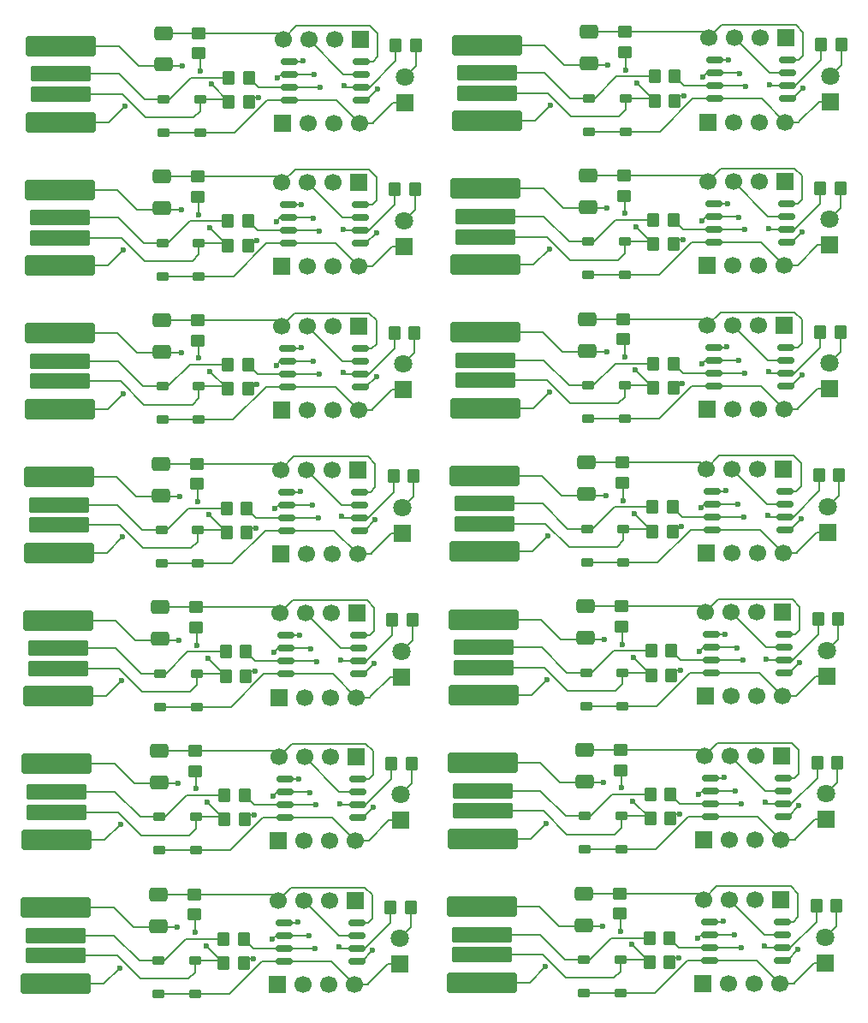
<source format=gbr>
%TF.GenerationSoftware,KiCad,Pcbnew,9.0.6*%
%TF.CreationDate,2025-12-18T22:22:39+05:30*%
%TF.ProjectId,Attiny85_USB_panel,41747469-6e79-4383-955f-5553425f7061,rev?*%
%TF.SameCoordinates,Original*%
%TF.FileFunction,Copper,L1,Top*%
%TF.FilePolarity,Positive*%
%FSLAX46Y46*%
G04 Gerber Fmt 4.6, Leading zero omitted, Abs format (unit mm)*
G04 Created by KiCad (PCBNEW 9.0.6) date 2025-12-18 22:22:39*
%MOMM*%
%LPD*%
G01*
G04 APERTURE LIST*
G04 Aperture macros list*
%AMRoundRect*
0 Rectangle with rounded corners*
0 $1 Rounding radius*
0 $2 $3 $4 $5 $6 $7 $8 $9 X,Y pos of 4 corners*
0 Add a 4 corners polygon primitive as box body*
4,1,4,$2,$3,$4,$5,$6,$7,$8,$9,$2,$3,0*
0 Add four circle primitives for the rounded corners*
1,1,$1+$1,$2,$3*
1,1,$1+$1,$4,$5*
1,1,$1+$1,$6,$7*
1,1,$1+$1,$8,$9*
0 Add four rect primitives between the rounded corners*
20,1,$1+$1,$2,$3,$4,$5,0*
20,1,$1+$1,$4,$5,$6,$7,0*
20,1,$1+$1,$6,$7,$8,$9,0*
20,1,$1+$1,$8,$9,$2,$3,0*%
G04 Aperture macros list end*
%TA.AperFunction,SMDPad,CuDef*%
%ADD10RoundRect,0.250000X-0.450000X0.350000X-0.450000X-0.350000X0.450000X-0.350000X0.450000X0.350000X0*%
%TD*%
%TA.AperFunction,SMDPad,CuDef*%
%ADD11RoundRect,0.225000X-0.375000X0.225000X-0.375000X-0.225000X0.375000X-0.225000X0.375000X0.225000X0*%
%TD*%
%TA.AperFunction,ComponentPad*%
%ADD12R,1.800000X1.800000*%
%TD*%
%TA.AperFunction,ComponentPad*%
%ADD13C,1.800000*%
%TD*%
%TA.AperFunction,SMDPad,CuDef*%
%ADD14RoundRect,0.162500X-0.650000X-0.162500X0.650000X-0.162500X0.650000X0.162500X-0.650000X0.162500X0*%
%TD*%
%TA.AperFunction,SMDPad,CuDef*%
%ADD15RoundRect,0.300000X-3.200000X-0.700000X3.200000X-0.700000X3.200000X0.700000X-3.200000X0.700000X0*%
%TD*%
%TA.AperFunction,SMDPad,CuDef*%
%ADD16RoundRect,0.225000X-2.775000X-0.525000X2.775000X-0.525000X2.775000X0.525000X-2.775000X0.525000X0*%
%TD*%
%TA.AperFunction,SMDPad,CuDef*%
%ADD17RoundRect,0.250000X-0.350000X-0.450000X0.350000X-0.450000X0.350000X0.450000X-0.350000X0.450000X0*%
%TD*%
%TA.AperFunction,SMDPad,CuDef*%
%ADD18RoundRect,0.250000X0.350000X0.450000X-0.350000X0.450000X-0.350000X-0.450000X0.350000X-0.450000X0*%
%TD*%
%TA.AperFunction,SMDPad,CuDef*%
%ADD19RoundRect,0.250000X-0.650000X0.412500X-0.650000X-0.412500X0.650000X-0.412500X0.650000X0.412500X0*%
%TD*%
%TA.AperFunction,ComponentPad*%
%ADD20R,1.700000X1.700000*%
%TD*%
%TA.AperFunction,ComponentPad*%
%ADD21C,1.700000*%
%TD*%
%TA.AperFunction,ViaPad*%
%ADD22C,0.600000*%
%TD*%
%TA.AperFunction,Conductor*%
%ADD23C,0.200000*%
%TD*%
G04 APERTURE END LIST*
D10*
%TO.P,R4,1*%
%TO.N,+5V*%
X112100000Y-143800000D03*
%TO.P,R4,2*%
%TO.N,Net-(D2-K)*%
X112100000Y-145800000D03*
%TD*%
D11*
%TO.P,D2,1,K*%
%TO.N,Net-(D2-K)*%
X112200000Y-150350000D03*
%TO.P,D2,2,A*%
%TO.N,GND*%
X112200000Y-153650000D03*
%TD*%
D12*
%TO.P,D3,1,K*%
%TO.N,GND*%
X132450000Y-150690000D03*
D13*
%TO.P,D3,2,A*%
%TO.N,Net-(D3-A)*%
X132450000Y-148150000D03*
%TD*%
D14*
%TO.P,U1,1,~{RESET}/PB5*%
%TO.N,Net-(J1-Pin_4)*%
X121012500Y-146595000D03*
%TO.P,U1,2,XTAL1/PB3*%
%TO.N,Net-(J1-Pin_3)*%
X121012500Y-147865000D03*
%TO.P,U1,3,XTAL2/PB4*%
%TO.N,Net-(J1-Pin_2)*%
X121012500Y-149135000D03*
%TO.P,U1,4,GND*%
%TO.N,GND*%
X121012500Y-150405000D03*
%TO.P,U1,5,AREF/PB0*%
%TO.N,Net-(J2-1Pin_4)*%
X128187500Y-150405000D03*
%TO.P,U1,6,PB1*%
%TO.N,Net-(J2-Pin_3)*%
X128187500Y-149135000D03*
%TO.P,U1,7,PB2*%
%TO.N,Net-(J2-Pin_2)*%
X128187500Y-147865000D03*
%TO.P,U1,8,VCC*%
%TO.N,+5V*%
X128187500Y-146595000D03*
%TD*%
D15*
%TO.P,U2,1,Vcc*%
%TO.N,+5V*%
X98462500Y-152600000D03*
D16*
%TO.P,U2,2,D+*%
%TO.N,Net-(D2-K)*%
X98462500Y-149850000D03*
%TO.P,U2,3,D-*%
%TO.N,Net-(D1-K)*%
X98462500Y-147850000D03*
D15*
%TO.P,U2,4,GND*%
%TO.N,GND*%
X98462500Y-145100000D03*
%TD*%
%TO.P,U2,1,Vcc*%
%TO.N,+5V*%
X56362500Y-152700000D03*
D16*
%TO.P,U2,2,D+*%
%TO.N,Net-(D2-K)*%
X56362500Y-149950000D03*
%TO.P,U2,3,D-*%
%TO.N,Net-(D1-K)*%
X56362500Y-147950000D03*
D15*
%TO.P,U2,4,GND*%
%TO.N,GND*%
X56362500Y-145200000D03*
%TD*%
D14*
%TO.P,U1,1,~{RESET}/PB5*%
%TO.N,Net-(J1-Pin_4)*%
X78912500Y-146695000D03*
%TO.P,U1,2,XTAL1/PB3*%
%TO.N,Net-(J1-Pin_3)*%
X78912500Y-147965000D03*
%TO.P,U1,3,XTAL2/PB4*%
%TO.N,Net-(J1-Pin_2)*%
X78912500Y-149235000D03*
%TO.P,U1,4,GND*%
%TO.N,GND*%
X78912500Y-150505000D03*
%TO.P,U1,5,AREF/PB0*%
%TO.N,Net-(J2-1Pin_4)*%
X86087500Y-150505000D03*
%TO.P,U1,6,PB1*%
%TO.N,Net-(J2-Pin_3)*%
X86087500Y-149235000D03*
%TO.P,U1,7,PB2*%
%TO.N,Net-(J2-Pin_2)*%
X86087500Y-147965000D03*
%TO.P,U1,8,VCC*%
%TO.N,+5V*%
X86087500Y-146695000D03*
%TD*%
D17*
%TO.P,R3,1*%
%TO.N,Net-(J2-Pin_3)*%
X89450000Y-145150000D03*
%TO.P,R3,2*%
%TO.N,Net-(D3-A)*%
X91450000Y-145150000D03*
%TD*%
D11*
%TO.P,D1,1,K*%
%TO.N,Net-(D1-K)*%
X66500000Y-150450000D03*
%TO.P,D1,2,A*%
%TO.N,GND*%
X66500000Y-153750000D03*
%TD*%
D18*
%TO.P,R1,1*%
%TO.N,Net-(J1-Pin_2)*%
X74950000Y-148300000D03*
%TO.P,R1,2*%
%TO.N,Net-(D1-K)*%
X72950000Y-148300000D03*
%TD*%
%TO.P,R1,1*%
%TO.N,Net-(J1-Pin_2)*%
X117050000Y-148200000D03*
%TO.P,R1,2*%
%TO.N,Net-(D1-K)*%
X115050000Y-148200000D03*
%TD*%
D17*
%TO.P,R3,1*%
%TO.N,Net-(J2-Pin_3)*%
X131550000Y-145050000D03*
%TO.P,R3,2*%
%TO.N,Net-(D3-A)*%
X133550000Y-145050000D03*
%TD*%
D19*
%TO.P,C1,1*%
%TO.N,+5V*%
X108550000Y-143800000D03*
%TO.P,C1,2*%
%TO.N,GND*%
X108550000Y-146925000D03*
%TD*%
D11*
%TO.P,D1,1,K*%
%TO.N,Net-(D1-K)*%
X108600000Y-150350000D03*
%TO.P,D1,2,A*%
%TO.N,GND*%
X108600000Y-153650000D03*
%TD*%
D18*
%TO.P,R2,1*%
%TO.N,Net-(J1-Pin_3)*%
X117050000Y-150600000D03*
%TO.P,R2,2*%
%TO.N,Net-(D2-K)*%
X115050000Y-150600000D03*
%TD*%
D19*
%TO.P,C1,1*%
%TO.N,+5V*%
X66450000Y-143900000D03*
%TO.P,C1,2*%
%TO.N,GND*%
X66450000Y-147025000D03*
%TD*%
D18*
%TO.P,R2,1*%
%TO.N,Net-(J1-Pin_3)*%
X74950000Y-150700000D03*
%TO.P,R2,2*%
%TO.N,Net-(D2-K)*%
X72950000Y-150700000D03*
%TD*%
D10*
%TO.P,R4,1*%
%TO.N,+5V*%
X70000000Y-143900000D03*
%TO.P,R4,2*%
%TO.N,Net-(D2-K)*%
X70000000Y-145900000D03*
%TD*%
D20*
%TO.P,J2,1,1Pin_4*%
%TO.N,Net-(J2-1Pin_4)*%
X85920000Y-144500000D03*
D21*
%TO.P,J2,2,Pin_3*%
%TO.N,Net-(J2-Pin_3)*%
X83380000Y-144500000D03*
%TO.P,J2,3,Pin_2*%
%TO.N,Net-(J2-Pin_2)*%
X80840000Y-144500000D03*
%TO.P,J2,4,Pin_1*%
%TO.N,+5V*%
X78300000Y-144500000D03*
%TD*%
D20*
%TO.P,J1,1,Pin_4*%
%TO.N,Net-(J1-Pin_4)*%
X78270000Y-152800000D03*
D21*
%TO.P,J1,2,Pin_3*%
%TO.N,Net-(J1-Pin_3)*%
X80810000Y-152800000D03*
%TO.P,J1,3,Pin_2*%
%TO.N,Net-(J1-Pin_2)*%
X83350000Y-152800000D03*
%TO.P,J1,4,Pin_1*%
%TO.N,GND*%
X85890000Y-152800000D03*
%TD*%
D20*
%TO.P,J2,1,1Pin_4*%
%TO.N,Net-(J2-1Pin_4)*%
X128020000Y-144400000D03*
D21*
%TO.P,J2,2,Pin_3*%
%TO.N,Net-(J2-Pin_3)*%
X125480000Y-144400000D03*
%TO.P,J2,3,Pin_2*%
%TO.N,Net-(J2-Pin_2)*%
X122940000Y-144400000D03*
%TO.P,J2,4,Pin_1*%
%TO.N,+5V*%
X120400000Y-144400000D03*
%TD*%
D20*
%TO.P,J1,1,Pin_4*%
%TO.N,Net-(J1-Pin_4)*%
X120370000Y-152700000D03*
D21*
%TO.P,J1,2,Pin_3*%
%TO.N,Net-(J1-Pin_3)*%
X122910000Y-152700000D03*
%TO.P,J1,3,Pin_2*%
%TO.N,Net-(J1-Pin_2)*%
X125450000Y-152700000D03*
%TO.P,J1,4,Pin_1*%
%TO.N,GND*%
X127990000Y-152700000D03*
%TD*%
D12*
%TO.P,D3,1,K*%
%TO.N,GND*%
X90350000Y-150790000D03*
D13*
%TO.P,D3,2,A*%
%TO.N,Net-(D3-A)*%
X90350000Y-148250000D03*
%TD*%
D11*
%TO.P,D2,1,K*%
%TO.N,Net-(D2-K)*%
X70100000Y-150450000D03*
%TO.P,D2,2,A*%
%TO.N,GND*%
X70100000Y-153750000D03*
%TD*%
D10*
%TO.P,R4,1*%
%TO.N,+5V*%
X112282000Y-115396000D03*
%TO.P,R4,2*%
%TO.N,Net-(D2-K)*%
X112282000Y-117396000D03*
%TD*%
D11*
%TO.P,D2,1,K*%
%TO.N,Net-(D2-K)*%
X112382000Y-121946000D03*
%TO.P,D2,2,A*%
%TO.N,GND*%
X112382000Y-125246000D03*
%TD*%
D12*
%TO.P,D3,1,K*%
%TO.N,GND*%
X132632000Y-122286000D03*
D13*
%TO.P,D3,2,A*%
%TO.N,Net-(D3-A)*%
X132632000Y-119746000D03*
%TD*%
D19*
%TO.P,C1,1*%
%TO.N,+5V*%
X108632000Y-129596000D03*
%TO.P,C1,2*%
%TO.N,GND*%
X108632000Y-132721000D03*
%TD*%
D11*
%TO.P,D1,1,K*%
%TO.N,Net-(D1-K)*%
X108682000Y-136146000D03*
%TO.P,D1,2,A*%
%TO.N,GND*%
X108682000Y-139446000D03*
%TD*%
D20*
%TO.P,J2,1,1Pin_4*%
%TO.N,Net-(J2-1Pin_4)*%
X128102000Y-130196000D03*
D21*
%TO.P,J2,2,Pin_3*%
%TO.N,Net-(J2-Pin_3)*%
X125562000Y-130196000D03*
%TO.P,J2,3,Pin_2*%
%TO.N,Net-(J2-Pin_2)*%
X123022000Y-130196000D03*
%TO.P,J2,4,Pin_1*%
%TO.N,+5V*%
X120482000Y-130196000D03*
%TD*%
D19*
%TO.P,C1,1*%
%TO.N,+5V*%
X66532000Y-129696000D03*
%TO.P,C1,2*%
%TO.N,GND*%
X66532000Y-132821000D03*
%TD*%
D10*
%TO.P,R4,1*%
%TO.N,+5V*%
X70082000Y-129696000D03*
%TO.P,R4,2*%
%TO.N,Net-(D2-K)*%
X70082000Y-131696000D03*
%TD*%
D12*
%TO.P,D3,1,K*%
%TO.N,GND*%
X90432000Y-136586000D03*
D13*
%TO.P,D3,2,A*%
%TO.N,Net-(D3-A)*%
X90432000Y-134046000D03*
%TD*%
D20*
%TO.P,J1,1,Pin_4*%
%TO.N,Net-(J1-Pin_4)*%
X78352000Y-138596000D03*
D21*
%TO.P,J1,2,Pin_3*%
%TO.N,Net-(J1-Pin_3)*%
X80892000Y-138596000D03*
%TO.P,J1,3,Pin_2*%
%TO.N,Net-(J1-Pin_2)*%
X83432000Y-138596000D03*
%TO.P,J1,4,Pin_1*%
%TO.N,GND*%
X85972000Y-138596000D03*
%TD*%
D18*
%TO.P,R2,1*%
%TO.N,Net-(J1-Pin_3)*%
X75032000Y-136496000D03*
%TO.P,R2,2*%
%TO.N,Net-(D2-K)*%
X73032000Y-136496000D03*
%TD*%
D20*
%TO.P,J2,1,1Pin_4*%
%TO.N,Net-(J2-1Pin_4)*%
X86002000Y-130296000D03*
D21*
%TO.P,J2,2,Pin_3*%
%TO.N,Net-(J2-Pin_3)*%
X83462000Y-130296000D03*
%TO.P,J2,3,Pin_2*%
%TO.N,Net-(J2-Pin_2)*%
X80922000Y-130296000D03*
%TO.P,J2,4,Pin_1*%
%TO.N,+5V*%
X78382000Y-130296000D03*
%TD*%
D18*
%TO.P,R2,1*%
%TO.N,Net-(J1-Pin_3)*%
X117132000Y-136396000D03*
%TO.P,R2,2*%
%TO.N,Net-(D2-K)*%
X115132000Y-136396000D03*
%TD*%
D14*
%TO.P,U1,1,~{RESET}/PB5*%
%TO.N,Net-(J1-Pin_4)*%
X121194500Y-118191000D03*
%TO.P,U1,2,XTAL1/PB3*%
%TO.N,Net-(J1-Pin_3)*%
X121194500Y-119461000D03*
%TO.P,U1,3,XTAL2/PB4*%
%TO.N,Net-(J1-Pin_2)*%
X121194500Y-120731000D03*
%TO.P,U1,4,GND*%
%TO.N,GND*%
X121194500Y-122001000D03*
%TO.P,U1,5,AREF/PB0*%
%TO.N,Net-(J2-1Pin_4)*%
X128369500Y-122001000D03*
%TO.P,U1,6,PB1*%
%TO.N,Net-(J2-Pin_3)*%
X128369500Y-120731000D03*
%TO.P,U1,7,PB2*%
%TO.N,Net-(J2-Pin_2)*%
X128369500Y-119461000D03*
%TO.P,U1,8,VCC*%
%TO.N,+5V*%
X128369500Y-118191000D03*
%TD*%
D20*
%TO.P,J1,1,Pin_4*%
%TO.N,Net-(J1-Pin_4)*%
X120452000Y-138496000D03*
D21*
%TO.P,J1,2,Pin_3*%
%TO.N,Net-(J1-Pin_3)*%
X122992000Y-138496000D03*
%TO.P,J1,3,Pin_2*%
%TO.N,Net-(J1-Pin_2)*%
X125532000Y-138496000D03*
%TO.P,J1,4,Pin_1*%
%TO.N,GND*%
X128072000Y-138496000D03*
%TD*%
D11*
%TO.P,D2,1,K*%
%TO.N,Net-(D2-K)*%
X70182000Y-136246000D03*
%TO.P,D2,2,A*%
%TO.N,GND*%
X70182000Y-139546000D03*
%TD*%
D15*
%TO.P,U2,1,Vcc*%
%TO.N,+5V*%
X98644500Y-124196000D03*
D16*
%TO.P,U2,2,D+*%
%TO.N,Net-(D2-K)*%
X98644500Y-121446000D03*
%TO.P,U2,3,D-*%
%TO.N,Net-(D1-K)*%
X98644500Y-119446000D03*
D15*
%TO.P,U2,4,GND*%
%TO.N,GND*%
X98644500Y-116696000D03*
%TD*%
D17*
%TO.P,R3,1*%
%TO.N,Net-(J2-Pin_3)*%
X89532000Y-130946000D03*
%TO.P,R3,2*%
%TO.N,Net-(D3-A)*%
X91532000Y-130946000D03*
%TD*%
D12*
%TO.P,D3,1,K*%
%TO.N,GND*%
X132532000Y-136486000D03*
D13*
%TO.P,D3,2,A*%
%TO.N,Net-(D3-A)*%
X132532000Y-133946000D03*
%TD*%
D14*
%TO.P,U1,1,~{RESET}/PB5*%
%TO.N,Net-(J1-Pin_4)*%
X121094500Y-132391000D03*
%TO.P,U1,2,XTAL1/PB3*%
%TO.N,Net-(J1-Pin_3)*%
X121094500Y-133661000D03*
%TO.P,U1,3,XTAL2/PB4*%
%TO.N,Net-(J1-Pin_2)*%
X121094500Y-134931000D03*
%TO.P,U1,4,GND*%
%TO.N,GND*%
X121094500Y-136201000D03*
%TO.P,U1,5,AREF/PB0*%
%TO.N,Net-(J2-1Pin_4)*%
X128269500Y-136201000D03*
%TO.P,U1,6,PB1*%
%TO.N,Net-(J2-Pin_3)*%
X128269500Y-134931000D03*
%TO.P,U1,7,PB2*%
%TO.N,Net-(J2-Pin_2)*%
X128269500Y-133661000D03*
%TO.P,U1,8,VCC*%
%TO.N,+5V*%
X128269500Y-132391000D03*
%TD*%
%TO.P,U1,1,~{RESET}/PB5*%
%TO.N,Net-(J1-Pin_4)*%
X78994500Y-132491000D03*
%TO.P,U1,2,XTAL1/PB3*%
%TO.N,Net-(J1-Pin_3)*%
X78994500Y-133761000D03*
%TO.P,U1,3,XTAL2/PB4*%
%TO.N,Net-(J1-Pin_2)*%
X78994500Y-135031000D03*
%TO.P,U1,4,GND*%
%TO.N,GND*%
X78994500Y-136301000D03*
%TO.P,U1,5,AREF/PB0*%
%TO.N,Net-(J2-1Pin_4)*%
X86169500Y-136301000D03*
%TO.P,U1,6,PB1*%
%TO.N,Net-(J2-Pin_3)*%
X86169500Y-135031000D03*
%TO.P,U1,7,PB2*%
%TO.N,Net-(J2-Pin_2)*%
X86169500Y-133761000D03*
%TO.P,U1,8,VCC*%
%TO.N,+5V*%
X86169500Y-132491000D03*
%TD*%
D10*
%TO.P,R4,1*%
%TO.N,+5V*%
X112182000Y-129596000D03*
%TO.P,R4,2*%
%TO.N,Net-(D2-K)*%
X112182000Y-131596000D03*
%TD*%
D15*
%TO.P,U2,1,Vcc*%
%TO.N,+5V*%
X56444500Y-138496000D03*
D16*
%TO.P,U2,2,D+*%
%TO.N,Net-(D2-K)*%
X56444500Y-135746000D03*
%TO.P,U2,3,D-*%
%TO.N,Net-(D1-K)*%
X56444500Y-133746000D03*
D15*
%TO.P,U2,4,GND*%
%TO.N,GND*%
X56444500Y-130996000D03*
%TD*%
%TO.P,U2,1,Vcc*%
%TO.N,+5V*%
X98544500Y-138396000D03*
D16*
%TO.P,U2,2,D+*%
%TO.N,Net-(D2-K)*%
X98544500Y-135646000D03*
%TO.P,U2,3,D-*%
%TO.N,Net-(D1-K)*%
X98544500Y-133646000D03*
D15*
%TO.P,U2,4,GND*%
%TO.N,GND*%
X98544500Y-130896000D03*
%TD*%
D11*
%TO.P,D2,1,K*%
%TO.N,Net-(D2-K)*%
X112282000Y-136146000D03*
%TO.P,D2,2,A*%
%TO.N,GND*%
X112282000Y-139446000D03*
%TD*%
D15*
%TO.P,U2,1,Vcc*%
%TO.N,+5V*%
X56544500Y-124296000D03*
D16*
%TO.P,U2,2,D+*%
%TO.N,Net-(D2-K)*%
X56544500Y-121546000D03*
%TO.P,U2,3,D-*%
%TO.N,Net-(D1-K)*%
X56544500Y-119546000D03*
D15*
%TO.P,U2,4,GND*%
%TO.N,GND*%
X56544500Y-116796000D03*
%TD*%
D14*
%TO.P,U1,1,~{RESET}/PB5*%
%TO.N,Net-(J1-Pin_4)*%
X79094500Y-118291000D03*
%TO.P,U1,2,XTAL1/PB3*%
%TO.N,Net-(J1-Pin_3)*%
X79094500Y-119561000D03*
%TO.P,U1,3,XTAL2/PB4*%
%TO.N,Net-(J1-Pin_2)*%
X79094500Y-120831000D03*
%TO.P,U1,4,GND*%
%TO.N,GND*%
X79094500Y-122101000D03*
%TO.P,U1,5,AREF/PB0*%
%TO.N,Net-(J2-1Pin_4)*%
X86269500Y-122101000D03*
%TO.P,U1,6,PB1*%
%TO.N,Net-(J2-Pin_3)*%
X86269500Y-120831000D03*
%TO.P,U1,7,PB2*%
%TO.N,Net-(J2-Pin_2)*%
X86269500Y-119561000D03*
%TO.P,U1,8,VCC*%
%TO.N,+5V*%
X86269500Y-118291000D03*
%TD*%
D17*
%TO.P,R3,1*%
%TO.N,Net-(J2-Pin_3)*%
X89632000Y-116746000D03*
%TO.P,R3,2*%
%TO.N,Net-(D3-A)*%
X91632000Y-116746000D03*
%TD*%
D11*
%TO.P,D1,1,K*%
%TO.N,Net-(D1-K)*%
X66682000Y-122046000D03*
%TO.P,D1,2,A*%
%TO.N,GND*%
X66682000Y-125346000D03*
%TD*%
D18*
%TO.P,R1,1*%
%TO.N,Net-(J1-Pin_2)*%
X75132000Y-119896000D03*
%TO.P,R1,2*%
%TO.N,Net-(D1-K)*%
X73132000Y-119896000D03*
%TD*%
%TO.P,R1,1*%
%TO.N,Net-(J1-Pin_2)*%
X75032000Y-134096000D03*
%TO.P,R1,2*%
%TO.N,Net-(D1-K)*%
X73032000Y-134096000D03*
%TD*%
%TO.P,R1,1*%
%TO.N,Net-(J1-Pin_2)*%
X117132000Y-133996000D03*
%TO.P,R1,2*%
%TO.N,Net-(D1-K)*%
X115132000Y-133996000D03*
%TD*%
%TO.P,R1,1*%
%TO.N,Net-(J1-Pin_2)*%
X117232000Y-119796000D03*
%TO.P,R1,2*%
%TO.N,Net-(D1-K)*%
X115232000Y-119796000D03*
%TD*%
D11*
%TO.P,D1,1,K*%
%TO.N,Net-(D1-K)*%
X66582000Y-136246000D03*
%TO.P,D1,2,A*%
%TO.N,GND*%
X66582000Y-139546000D03*
%TD*%
D17*
%TO.P,R3,1*%
%TO.N,Net-(J2-Pin_3)*%
X131732000Y-116646000D03*
%TO.P,R3,2*%
%TO.N,Net-(D3-A)*%
X133732000Y-116646000D03*
%TD*%
D19*
%TO.P,C1,1*%
%TO.N,+5V*%
X108732000Y-115396000D03*
%TO.P,C1,2*%
%TO.N,GND*%
X108732000Y-118521000D03*
%TD*%
D17*
%TO.P,R3,1*%
%TO.N,Net-(J2-Pin_3)*%
X131632000Y-130846000D03*
%TO.P,R3,2*%
%TO.N,Net-(D3-A)*%
X133632000Y-130846000D03*
%TD*%
D11*
%TO.P,D1,1,K*%
%TO.N,Net-(D1-K)*%
X108782000Y-121946000D03*
%TO.P,D1,2,A*%
%TO.N,GND*%
X108782000Y-125246000D03*
%TD*%
D18*
%TO.P,R2,1*%
%TO.N,Net-(J1-Pin_3)*%
X117232000Y-122196000D03*
%TO.P,R2,2*%
%TO.N,Net-(D2-K)*%
X115232000Y-122196000D03*
%TD*%
D19*
%TO.P,C1,1*%
%TO.N,+5V*%
X66632000Y-115496000D03*
%TO.P,C1,2*%
%TO.N,GND*%
X66632000Y-118621000D03*
%TD*%
D18*
%TO.P,R2,1*%
%TO.N,Net-(J1-Pin_3)*%
X75132000Y-122296000D03*
%TO.P,R2,2*%
%TO.N,Net-(D2-K)*%
X73132000Y-122296000D03*
%TD*%
D10*
%TO.P,R4,1*%
%TO.N,+5V*%
X70182000Y-115496000D03*
%TO.P,R4,2*%
%TO.N,Net-(D2-K)*%
X70182000Y-117496000D03*
%TD*%
D20*
%TO.P,J2,1,1Pin_4*%
%TO.N,Net-(J2-1Pin_4)*%
X86102000Y-116096000D03*
D21*
%TO.P,J2,2,Pin_3*%
%TO.N,Net-(J2-Pin_3)*%
X83562000Y-116096000D03*
%TO.P,J2,3,Pin_2*%
%TO.N,Net-(J2-Pin_2)*%
X81022000Y-116096000D03*
%TO.P,J2,4,Pin_1*%
%TO.N,+5V*%
X78482000Y-116096000D03*
%TD*%
D20*
%TO.P,J1,1,Pin_4*%
%TO.N,Net-(J1-Pin_4)*%
X78452000Y-124396000D03*
D21*
%TO.P,J1,2,Pin_3*%
%TO.N,Net-(J1-Pin_3)*%
X80992000Y-124396000D03*
%TO.P,J1,3,Pin_2*%
%TO.N,Net-(J1-Pin_2)*%
X83532000Y-124396000D03*
%TO.P,J1,4,Pin_1*%
%TO.N,GND*%
X86072000Y-124396000D03*
%TD*%
D20*
%TO.P,J2,1,1Pin_4*%
%TO.N,Net-(J2-1Pin_4)*%
X128202000Y-115996000D03*
D21*
%TO.P,J2,2,Pin_3*%
%TO.N,Net-(J2-Pin_3)*%
X125662000Y-115996000D03*
%TO.P,J2,3,Pin_2*%
%TO.N,Net-(J2-Pin_2)*%
X123122000Y-115996000D03*
%TO.P,J2,4,Pin_1*%
%TO.N,+5V*%
X120582000Y-115996000D03*
%TD*%
D20*
%TO.P,J1,1,Pin_4*%
%TO.N,Net-(J1-Pin_4)*%
X120552000Y-124296000D03*
D21*
%TO.P,J1,2,Pin_3*%
%TO.N,Net-(J1-Pin_3)*%
X123092000Y-124296000D03*
%TO.P,J1,3,Pin_2*%
%TO.N,Net-(J1-Pin_2)*%
X125632000Y-124296000D03*
%TO.P,J1,4,Pin_1*%
%TO.N,GND*%
X128172000Y-124296000D03*
%TD*%
D12*
%TO.P,D3,1,K*%
%TO.N,GND*%
X90532000Y-122386000D03*
D13*
%TO.P,D3,2,A*%
%TO.N,Net-(D3-A)*%
X90532000Y-119846000D03*
%TD*%
D11*
%TO.P,D2,1,K*%
%TO.N,Net-(D2-K)*%
X70282000Y-122046000D03*
%TO.P,D2,2,A*%
%TO.N,GND*%
X70282000Y-125346000D03*
%TD*%
D10*
%TO.P,R4,1*%
%TO.N,+5V*%
X112482000Y-86996000D03*
%TO.P,R4,2*%
%TO.N,Net-(D2-K)*%
X112482000Y-88996000D03*
%TD*%
D11*
%TO.P,D2,1,K*%
%TO.N,Net-(D2-K)*%
X112582000Y-93546000D03*
%TO.P,D2,2,A*%
%TO.N,GND*%
X112582000Y-96846000D03*
%TD*%
D12*
%TO.P,D3,1,K*%
%TO.N,GND*%
X132832000Y-93886000D03*
D13*
%TO.P,D3,2,A*%
%TO.N,Net-(D3-A)*%
X132832000Y-91346000D03*
%TD*%
D19*
%TO.P,C1,1*%
%TO.N,+5V*%
X108832000Y-101196000D03*
%TO.P,C1,2*%
%TO.N,GND*%
X108832000Y-104321000D03*
%TD*%
D11*
%TO.P,D1,1,K*%
%TO.N,Net-(D1-K)*%
X108882000Y-107746000D03*
%TO.P,D1,2,A*%
%TO.N,GND*%
X108882000Y-111046000D03*
%TD*%
D20*
%TO.P,J2,1,1Pin_4*%
%TO.N,Net-(J2-1Pin_4)*%
X128302000Y-101796000D03*
D21*
%TO.P,J2,2,Pin_3*%
%TO.N,Net-(J2-Pin_3)*%
X125762000Y-101796000D03*
%TO.P,J2,3,Pin_2*%
%TO.N,Net-(J2-Pin_2)*%
X123222000Y-101796000D03*
%TO.P,J2,4,Pin_1*%
%TO.N,+5V*%
X120682000Y-101796000D03*
%TD*%
D19*
%TO.P,C1,1*%
%TO.N,+5V*%
X66732000Y-101296000D03*
%TO.P,C1,2*%
%TO.N,GND*%
X66732000Y-104421000D03*
%TD*%
D10*
%TO.P,R4,1*%
%TO.N,+5V*%
X70282000Y-101296000D03*
%TO.P,R4,2*%
%TO.N,Net-(D2-K)*%
X70282000Y-103296000D03*
%TD*%
D12*
%TO.P,D3,1,K*%
%TO.N,GND*%
X90632000Y-108186000D03*
D13*
%TO.P,D3,2,A*%
%TO.N,Net-(D3-A)*%
X90632000Y-105646000D03*
%TD*%
D20*
%TO.P,J1,1,Pin_4*%
%TO.N,Net-(J1-Pin_4)*%
X78552000Y-110196000D03*
D21*
%TO.P,J1,2,Pin_3*%
%TO.N,Net-(J1-Pin_3)*%
X81092000Y-110196000D03*
%TO.P,J1,3,Pin_2*%
%TO.N,Net-(J1-Pin_2)*%
X83632000Y-110196000D03*
%TO.P,J1,4,Pin_1*%
%TO.N,GND*%
X86172000Y-110196000D03*
%TD*%
D18*
%TO.P,R2,1*%
%TO.N,Net-(J1-Pin_3)*%
X75232000Y-108096000D03*
%TO.P,R2,2*%
%TO.N,Net-(D2-K)*%
X73232000Y-108096000D03*
%TD*%
D20*
%TO.P,J2,1,1Pin_4*%
%TO.N,Net-(J2-1Pin_4)*%
X86202000Y-101896000D03*
D21*
%TO.P,J2,2,Pin_3*%
%TO.N,Net-(J2-Pin_3)*%
X83662000Y-101896000D03*
%TO.P,J2,3,Pin_2*%
%TO.N,Net-(J2-Pin_2)*%
X81122000Y-101896000D03*
%TO.P,J2,4,Pin_1*%
%TO.N,+5V*%
X78582000Y-101896000D03*
%TD*%
D18*
%TO.P,R2,1*%
%TO.N,Net-(J1-Pin_3)*%
X117332000Y-107996000D03*
%TO.P,R2,2*%
%TO.N,Net-(D2-K)*%
X115332000Y-107996000D03*
%TD*%
D14*
%TO.P,U1,1,~{RESET}/PB5*%
%TO.N,Net-(J1-Pin_4)*%
X121394500Y-89791000D03*
%TO.P,U1,2,XTAL1/PB3*%
%TO.N,Net-(J1-Pin_3)*%
X121394500Y-91061000D03*
%TO.P,U1,3,XTAL2/PB4*%
%TO.N,Net-(J1-Pin_2)*%
X121394500Y-92331000D03*
%TO.P,U1,4,GND*%
%TO.N,GND*%
X121394500Y-93601000D03*
%TO.P,U1,5,AREF/PB0*%
%TO.N,Net-(J2-1Pin_4)*%
X128569500Y-93601000D03*
%TO.P,U1,6,PB1*%
%TO.N,Net-(J2-Pin_3)*%
X128569500Y-92331000D03*
%TO.P,U1,7,PB2*%
%TO.N,Net-(J2-Pin_2)*%
X128569500Y-91061000D03*
%TO.P,U1,8,VCC*%
%TO.N,+5V*%
X128569500Y-89791000D03*
%TD*%
D20*
%TO.P,J1,1,Pin_4*%
%TO.N,Net-(J1-Pin_4)*%
X120652000Y-110096000D03*
D21*
%TO.P,J1,2,Pin_3*%
%TO.N,Net-(J1-Pin_3)*%
X123192000Y-110096000D03*
%TO.P,J1,3,Pin_2*%
%TO.N,Net-(J1-Pin_2)*%
X125732000Y-110096000D03*
%TO.P,J1,4,Pin_1*%
%TO.N,GND*%
X128272000Y-110096000D03*
%TD*%
D11*
%TO.P,D2,1,K*%
%TO.N,Net-(D2-K)*%
X70382000Y-107846000D03*
%TO.P,D2,2,A*%
%TO.N,GND*%
X70382000Y-111146000D03*
%TD*%
D15*
%TO.P,U2,1,Vcc*%
%TO.N,+5V*%
X98844500Y-95796000D03*
D16*
%TO.P,U2,2,D+*%
%TO.N,Net-(D2-K)*%
X98844500Y-93046000D03*
%TO.P,U2,3,D-*%
%TO.N,Net-(D1-K)*%
X98844500Y-91046000D03*
D15*
%TO.P,U2,4,GND*%
%TO.N,GND*%
X98844500Y-88296000D03*
%TD*%
D17*
%TO.P,R3,1*%
%TO.N,Net-(J2-Pin_3)*%
X89732000Y-102546000D03*
%TO.P,R3,2*%
%TO.N,Net-(D3-A)*%
X91732000Y-102546000D03*
%TD*%
D12*
%TO.P,D3,1,K*%
%TO.N,GND*%
X132732000Y-108086000D03*
D13*
%TO.P,D3,2,A*%
%TO.N,Net-(D3-A)*%
X132732000Y-105546000D03*
%TD*%
D14*
%TO.P,U1,1,~{RESET}/PB5*%
%TO.N,Net-(J1-Pin_4)*%
X121294500Y-103991000D03*
%TO.P,U1,2,XTAL1/PB3*%
%TO.N,Net-(J1-Pin_3)*%
X121294500Y-105261000D03*
%TO.P,U1,3,XTAL2/PB4*%
%TO.N,Net-(J1-Pin_2)*%
X121294500Y-106531000D03*
%TO.P,U1,4,GND*%
%TO.N,GND*%
X121294500Y-107801000D03*
%TO.P,U1,5,AREF/PB0*%
%TO.N,Net-(J2-1Pin_4)*%
X128469500Y-107801000D03*
%TO.P,U1,6,PB1*%
%TO.N,Net-(J2-Pin_3)*%
X128469500Y-106531000D03*
%TO.P,U1,7,PB2*%
%TO.N,Net-(J2-Pin_2)*%
X128469500Y-105261000D03*
%TO.P,U1,8,VCC*%
%TO.N,+5V*%
X128469500Y-103991000D03*
%TD*%
%TO.P,U1,1,~{RESET}/PB5*%
%TO.N,Net-(J1-Pin_4)*%
X79194500Y-104091000D03*
%TO.P,U1,2,XTAL1/PB3*%
%TO.N,Net-(J1-Pin_3)*%
X79194500Y-105361000D03*
%TO.P,U1,3,XTAL2/PB4*%
%TO.N,Net-(J1-Pin_2)*%
X79194500Y-106631000D03*
%TO.P,U1,4,GND*%
%TO.N,GND*%
X79194500Y-107901000D03*
%TO.P,U1,5,AREF/PB0*%
%TO.N,Net-(J2-1Pin_4)*%
X86369500Y-107901000D03*
%TO.P,U1,6,PB1*%
%TO.N,Net-(J2-Pin_3)*%
X86369500Y-106631000D03*
%TO.P,U1,7,PB2*%
%TO.N,Net-(J2-Pin_2)*%
X86369500Y-105361000D03*
%TO.P,U1,8,VCC*%
%TO.N,+5V*%
X86369500Y-104091000D03*
%TD*%
D10*
%TO.P,R4,1*%
%TO.N,+5V*%
X112382000Y-101196000D03*
%TO.P,R4,2*%
%TO.N,Net-(D2-K)*%
X112382000Y-103196000D03*
%TD*%
D15*
%TO.P,U2,1,Vcc*%
%TO.N,+5V*%
X56644500Y-110096000D03*
D16*
%TO.P,U2,2,D+*%
%TO.N,Net-(D2-K)*%
X56644500Y-107346000D03*
%TO.P,U2,3,D-*%
%TO.N,Net-(D1-K)*%
X56644500Y-105346000D03*
D15*
%TO.P,U2,4,GND*%
%TO.N,GND*%
X56644500Y-102596000D03*
%TD*%
%TO.P,U2,1,Vcc*%
%TO.N,+5V*%
X98744500Y-109996000D03*
D16*
%TO.P,U2,2,D+*%
%TO.N,Net-(D2-K)*%
X98744500Y-107246000D03*
%TO.P,U2,3,D-*%
%TO.N,Net-(D1-K)*%
X98744500Y-105246000D03*
D15*
%TO.P,U2,4,GND*%
%TO.N,GND*%
X98744500Y-102496000D03*
%TD*%
D11*
%TO.P,D2,1,K*%
%TO.N,Net-(D2-K)*%
X112482000Y-107746000D03*
%TO.P,D2,2,A*%
%TO.N,GND*%
X112482000Y-111046000D03*
%TD*%
D15*
%TO.P,U2,1,Vcc*%
%TO.N,+5V*%
X56744500Y-95896000D03*
D16*
%TO.P,U2,2,D+*%
%TO.N,Net-(D2-K)*%
X56744500Y-93146000D03*
%TO.P,U2,3,D-*%
%TO.N,Net-(D1-K)*%
X56744500Y-91146000D03*
D15*
%TO.P,U2,4,GND*%
%TO.N,GND*%
X56744500Y-88396000D03*
%TD*%
D14*
%TO.P,U1,1,~{RESET}/PB5*%
%TO.N,Net-(J1-Pin_4)*%
X79294500Y-89891000D03*
%TO.P,U1,2,XTAL1/PB3*%
%TO.N,Net-(J1-Pin_3)*%
X79294500Y-91161000D03*
%TO.P,U1,3,XTAL2/PB4*%
%TO.N,Net-(J1-Pin_2)*%
X79294500Y-92431000D03*
%TO.P,U1,4,GND*%
%TO.N,GND*%
X79294500Y-93701000D03*
%TO.P,U1,5,AREF/PB0*%
%TO.N,Net-(J2-1Pin_4)*%
X86469500Y-93701000D03*
%TO.P,U1,6,PB1*%
%TO.N,Net-(J2-Pin_3)*%
X86469500Y-92431000D03*
%TO.P,U1,7,PB2*%
%TO.N,Net-(J2-Pin_2)*%
X86469500Y-91161000D03*
%TO.P,U1,8,VCC*%
%TO.N,+5V*%
X86469500Y-89891000D03*
%TD*%
D17*
%TO.P,R3,1*%
%TO.N,Net-(J2-Pin_3)*%
X89832000Y-88346000D03*
%TO.P,R3,2*%
%TO.N,Net-(D3-A)*%
X91832000Y-88346000D03*
%TD*%
D11*
%TO.P,D1,1,K*%
%TO.N,Net-(D1-K)*%
X66882000Y-93646000D03*
%TO.P,D1,2,A*%
%TO.N,GND*%
X66882000Y-96946000D03*
%TD*%
D18*
%TO.P,R1,1*%
%TO.N,Net-(J1-Pin_2)*%
X75332000Y-91496000D03*
%TO.P,R1,2*%
%TO.N,Net-(D1-K)*%
X73332000Y-91496000D03*
%TD*%
%TO.P,R1,1*%
%TO.N,Net-(J1-Pin_2)*%
X75232000Y-105696000D03*
%TO.P,R1,2*%
%TO.N,Net-(D1-K)*%
X73232000Y-105696000D03*
%TD*%
%TO.P,R1,1*%
%TO.N,Net-(J1-Pin_2)*%
X117332000Y-105596000D03*
%TO.P,R1,2*%
%TO.N,Net-(D1-K)*%
X115332000Y-105596000D03*
%TD*%
%TO.P,R1,1*%
%TO.N,Net-(J1-Pin_2)*%
X117432000Y-91396000D03*
%TO.P,R1,2*%
%TO.N,Net-(D1-K)*%
X115432000Y-91396000D03*
%TD*%
D11*
%TO.P,D1,1,K*%
%TO.N,Net-(D1-K)*%
X66782000Y-107846000D03*
%TO.P,D1,2,A*%
%TO.N,GND*%
X66782000Y-111146000D03*
%TD*%
D17*
%TO.P,R3,1*%
%TO.N,Net-(J2-Pin_3)*%
X131932000Y-88246000D03*
%TO.P,R3,2*%
%TO.N,Net-(D3-A)*%
X133932000Y-88246000D03*
%TD*%
D19*
%TO.P,C1,1*%
%TO.N,+5V*%
X108932000Y-86996000D03*
%TO.P,C1,2*%
%TO.N,GND*%
X108932000Y-90121000D03*
%TD*%
D17*
%TO.P,R3,1*%
%TO.N,Net-(J2-Pin_3)*%
X131832000Y-102446000D03*
%TO.P,R3,2*%
%TO.N,Net-(D3-A)*%
X133832000Y-102446000D03*
%TD*%
D11*
%TO.P,D1,1,K*%
%TO.N,Net-(D1-K)*%
X108982000Y-93546000D03*
%TO.P,D1,2,A*%
%TO.N,GND*%
X108982000Y-96846000D03*
%TD*%
D18*
%TO.P,R2,1*%
%TO.N,Net-(J1-Pin_3)*%
X117432000Y-93796000D03*
%TO.P,R2,2*%
%TO.N,Net-(D2-K)*%
X115432000Y-93796000D03*
%TD*%
D19*
%TO.P,C1,1*%
%TO.N,+5V*%
X66832000Y-87096000D03*
%TO.P,C1,2*%
%TO.N,GND*%
X66832000Y-90221000D03*
%TD*%
D18*
%TO.P,R2,1*%
%TO.N,Net-(J1-Pin_3)*%
X75332000Y-93896000D03*
%TO.P,R2,2*%
%TO.N,Net-(D2-K)*%
X73332000Y-93896000D03*
%TD*%
D10*
%TO.P,R4,1*%
%TO.N,+5V*%
X70382000Y-87096000D03*
%TO.P,R4,2*%
%TO.N,Net-(D2-K)*%
X70382000Y-89096000D03*
%TD*%
D20*
%TO.P,J2,1,1Pin_4*%
%TO.N,Net-(J2-1Pin_4)*%
X86302000Y-87696000D03*
D21*
%TO.P,J2,2,Pin_3*%
%TO.N,Net-(J2-Pin_3)*%
X83762000Y-87696000D03*
%TO.P,J2,3,Pin_2*%
%TO.N,Net-(J2-Pin_2)*%
X81222000Y-87696000D03*
%TO.P,J2,4,Pin_1*%
%TO.N,+5V*%
X78682000Y-87696000D03*
%TD*%
D20*
%TO.P,J1,1,Pin_4*%
%TO.N,Net-(J1-Pin_4)*%
X78652000Y-95996000D03*
D21*
%TO.P,J1,2,Pin_3*%
%TO.N,Net-(J1-Pin_3)*%
X81192000Y-95996000D03*
%TO.P,J1,3,Pin_2*%
%TO.N,Net-(J1-Pin_2)*%
X83732000Y-95996000D03*
%TO.P,J1,4,Pin_1*%
%TO.N,GND*%
X86272000Y-95996000D03*
%TD*%
D20*
%TO.P,J2,1,1Pin_4*%
%TO.N,Net-(J2-1Pin_4)*%
X128402000Y-87596000D03*
D21*
%TO.P,J2,2,Pin_3*%
%TO.N,Net-(J2-Pin_3)*%
X125862000Y-87596000D03*
%TO.P,J2,3,Pin_2*%
%TO.N,Net-(J2-Pin_2)*%
X123322000Y-87596000D03*
%TO.P,J2,4,Pin_1*%
%TO.N,+5V*%
X120782000Y-87596000D03*
%TD*%
D20*
%TO.P,J1,1,Pin_4*%
%TO.N,Net-(J1-Pin_4)*%
X120752000Y-95896000D03*
D21*
%TO.P,J1,2,Pin_3*%
%TO.N,Net-(J1-Pin_3)*%
X123292000Y-95896000D03*
%TO.P,J1,3,Pin_2*%
%TO.N,Net-(J1-Pin_2)*%
X125832000Y-95896000D03*
%TO.P,J1,4,Pin_1*%
%TO.N,GND*%
X128372000Y-95896000D03*
%TD*%
D12*
%TO.P,D3,1,K*%
%TO.N,GND*%
X90732000Y-93986000D03*
D13*
%TO.P,D3,2,A*%
%TO.N,Net-(D3-A)*%
X90732000Y-91446000D03*
%TD*%
D11*
%TO.P,D2,1,K*%
%TO.N,Net-(D2-K)*%
X70482000Y-93646000D03*
%TO.P,D2,2,A*%
%TO.N,GND*%
X70482000Y-96946000D03*
%TD*%
D10*
%TO.P,R4,1*%
%TO.N,+5V*%
X112500000Y-72800000D03*
%TO.P,R4,2*%
%TO.N,Net-(D2-K)*%
X112500000Y-74800000D03*
%TD*%
D11*
%TO.P,D2,1,K*%
%TO.N,Net-(D2-K)*%
X112600000Y-79350000D03*
%TO.P,D2,2,A*%
%TO.N,GND*%
X112600000Y-82650000D03*
%TD*%
D12*
%TO.P,D3,1,K*%
%TO.N,GND*%
X132850000Y-79690000D03*
D13*
%TO.P,D3,2,A*%
%TO.N,Net-(D3-A)*%
X132850000Y-77150000D03*
%TD*%
D14*
%TO.P,U1,1,~{RESET}/PB5*%
%TO.N,Net-(J1-Pin_4)*%
X121412500Y-75595000D03*
%TO.P,U1,2,XTAL1/PB3*%
%TO.N,Net-(J1-Pin_3)*%
X121412500Y-76865000D03*
%TO.P,U1,3,XTAL2/PB4*%
%TO.N,Net-(J1-Pin_2)*%
X121412500Y-78135000D03*
%TO.P,U1,4,GND*%
%TO.N,GND*%
X121412500Y-79405000D03*
%TO.P,U1,5,AREF/PB0*%
%TO.N,Net-(J2-1Pin_4)*%
X128587500Y-79405000D03*
%TO.P,U1,6,PB1*%
%TO.N,Net-(J2-Pin_3)*%
X128587500Y-78135000D03*
%TO.P,U1,7,PB2*%
%TO.N,Net-(J2-Pin_2)*%
X128587500Y-76865000D03*
%TO.P,U1,8,VCC*%
%TO.N,+5V*%
X128587500Y-75595000D03*
%TD*%
D15*
%TO.P,U2,1,Vcc*%
%TO.N,+5V*%
X98862500Y-81600000D03*
D16*
%TO.P,U2,2,D+*%
%TO.N,Net-(D2-K)*%
X98862500Y-78850000D03*
%TO.P,U2,3,D-*%
%TO.N,Net-(D1-K)*%
X98862500Y-76850000D03*
D15*
%TO.P,U2,4,GND*%
%TO.N,GND*%
X98862500Y-74100000D03*
%TD*%
%TO.P,U2,1,Vcc*%
%TO.N,+5V*%
X56762500Y-81700000D03*
D16*
%TO.P,U2,2,D+*%
%TO.N,Net-(D2-K)*%
X56762500Y-78950000D03*
%TO.P,U2,3,D-*%
%TO.N,Net-(D1-K)*%
X56762500Y-76950000D03*
D15*
%TO.P,U2,4,GND*%
%TO.N,GND*%
X56762500Y-74200000D03*
%TD*%
D14*
%TO.P,U1,1,~{RESET}/PB5*%
%TO.N,Net-(J1-Pin_4)*%
X79312500Y-75695000D03*
%TO.P,U1,2,XTAL1/PB3*%
%TO.N,Net-(J1-Pin_3)*%
X79312500Y-76965000D03*
%TO.P,U1,3,XTAL2/PB4*%
%TO.N,Net-(J1-Pin_2)*%
X79312500Y-78235000D03*
%TO.P,U1,4,GND*%
%TO.N,GND*%
X79312500Y-79505000D03*
%TO.P,U1,5,AREF/PB0*%
%TO.N,Net-(J2-1Pin_4)*%
X86487500Y-79505000D03*
%TO.P,U1,6,PB1*%
%TO.N,Net-(J2-Pin_3)*%
X86487500Y-78235000D03*
%TO.P,U1,7,PB2*%
%TO.N,Net-(J2-Pin_2)*%
X86487500Y-76965000D03*
%TO.P,U1,8,VCC*%
%TO.N,+5V*%
X86487500Y-75695000D03*
%TD*%
D17*
%TO.P,R3,1*%
%TO.N,Net-(J2-Pin_3)*%
X89850000Y-74150000D03*
%TO.P,R3,2*%
%TO.N,Net-(D3-A)*%
X91850000Y-74150000D03*
%TD*%
D11*
%TO.P,D1,1,K*%
%TO.N,Net-(D1-K)*%
X66900000Y-79450000D03*
%TO.P,D1,2,A*%
%TO.N,GND*%
X66900000Y-82750000D03*
%TD*%
D18*
%TO.P,R1,1*%
%TO.N,Net-(J1-Pin_2)*%
X75350000Y-77300000D03*
%TO.P,R1,2*%
%TO.N,Net-(D1-K)*%
X73350000Y-77300000D03*
%TD*%
%TO.P,R1,1*%
%TO.N,Net-(J1-Pin_2)*%
X117450000Y-77200000D03*
%TO.P,R1,2*%
%TO.N,Net-(D1-K)*%
X115450000Y-77200000D03*
%TD*%
D17*
%TO.P,R3,1*%
%TO.N,Net-(J2-Pin_3)*%
X131950000Y-74050000D03*
%TO.P,R3,2*%
%TO.N,Net-(D3-A)*%
X133950000Y-74050000D03*
%TD*%
D19*
%TO.P,C1,1*%
%TO.N,+5V*%
X108950000Y-72800000D03*
%TO.P,C1,2*%
%TO.N,GND*%
X108950000Y-75925000D03*
%TD*%
D11*
%TO.P,D1,1,K*%
%TO.N,Net-(D1-K)*%
X109000000Y-79350000D03*
%TO.P,D1,2,A*%
%TO.N,GND*%
X109000000Y-82650000D03*
%TD*%
D18*
%TO.P,R2,1*%
%TO.N,Net-(J1-Pin_3)*%
X117450000Y-79600000D03*
%TO.P,R2,2*%
%TO.N,Net-(D2-K)*%
X115450000Y-79600000D03*
%TD*%
D19*
%TO.P,C1,1*%
%TO.N,+5V*%
X66850000Y-72900000D03*
%TO.P,C1,2*%
%TO.N,GND*%
X66850000Y-76025000D03*
%TD*%
D18*
%TO.P,R2,1*%
%TO.N,Net-(J1-Pin_3)*%
X75350000Y-79700000D03*
%TO.P,R2,2*%
%TO.N,Net-(D2-K)*%
X73350000Y-79700000D03*
%TD*%
D10*
%TO.P,R4,1*%
%TO.N,+5V*%
X70400000Y-72900000D03*
%TO.P,R4,2*%
%TO.N,Net-(D2-K)*%
X70400000Y-74900000D03*
%TD*%
D20*
%TO.P,J2,1,1Pin_4*%
%TO.N,Net-(J2-1Pin_4)*%
X86320000Y-73500000D03*
D21*
%TO.P,J2,2,Pin_3*%
%TO.N,Net-(J2-Pin_3)*%
X83780000Y-73500000D03*
%TO.P,J2,3,Pin_2*%
%TO.N,Net-(J2-Pin_2)*%
X81240000Y-73500000D03*
%TO.P,J2,4,Pin_1*%
%TO.N,+5V*%
X78700000Y-73500000D03*
%TD*%
D20*
%TO.P,J1,1,Pin_4*%
%TO.N,Net-(J1-Pin_4)*%
X78670000Y-81800000D03*
D21*
%TO.P,J1,2,Pin_3*%
%TO.N,Net-(J1-Pin_3)*%
X81210000Y-81800000D03*
%TO.P,J1,3,Pin_2*%
%TO.N,Net-(J1-Pin_2)*%
X83750000Y-81800000D03*
%TO.P,J1,4,Pin_1*%
%TO.N,GND*%
X86290000Y-81800000D03*
%TD*%
D20*
%TO.P,J2,1,1Pin_4*%
%TO.N,Net-(J2-1Pin_4)*%
X128420000Y-73400000D03*
D21*
%TO.P,J2,2,Pin_3*%
%TO.N,Net-(J2-Pin_3)*%
X125880000Y-73400000D03*
%TO.P,J2,3,Pin_2*%
%TO.N,Net-(J2-Pin_2)*%
X123340000Y-73400000D03*
%TO.P,J2,4,Pin_1*%
%TO.N,+5V*%
X120800000Y-73400000D03*
%TD*%
D20*
%TO.P,J1,1,Pin_4*%
%TO.N,Net-(J1-Pin_4)*%
X120770000Y-81700000D03*
D21*
%TO.P,J1,2,Pin_3*%
%TO.N,Net-(J1-Pin_3)*%
X123310000Y-81700000D03*
%TO.P,J1,3,Pin_2*%
%TO.N,Net-(J1-Pin_2)*%
X125850000Y-81700000D03*
%TO.P,J1,4,Pin_1*%
%TO.N,GND*%
X128390000Y-81700000D03*
%TD*%
D12*
%TO.P,D3,1,K*%
%TO.N,GND*%
X90750000Y-79790000D03*
D13*
%TO.P,D3,2,A*%
%TO.N,Net-(D3-A)*%
X90750000Y-77250000D03*
%TD*%
D11*
%TO.P,D2,1,K*%
%TO.N,Net-(D2-K)*%
X70500000Y-79450000D03*
%TO.P,D2,2,A*%
%TO.N,GND*%
X70500000Y-82750000D03*
%TD*%
D15*
%TO.P,U2,1,Vcc*%
%TO.N,+5V*%
X98962500Y-67400000D03*
D16*
%TO.P,U2,2,D+*%
%TO.N,Net-(D2-K)*%
X98962500Y-64650000D03*
%TO.P,U2,3,D-*%
%TO.N,Net-(D1-K)*%
X98962500Y-62650000D03*
D15*
%TO.P,U2,4,GND*%
%TO.N,GND*%
X98962500Y-59900000D03*
%TD*%
D14*
%TO.P,U1,1,~{RESET}/PB5*%
%TO.N,Net-(J1-Pin_4)*%
X121512500Y-61395000D03*
%TO.P,U1,2,XTAL1/PB3*%
%TO.N,Net-(J1-Pin_3)*%
X121512500Y-62665000D03*
%TO.P,U1,3,XTAL2/PB4*%
%TO.N,Net-(J1-Pin_2)*%
X121512500Y-63935000D03*
%TO.P,U1,4,GND*%
%TO.N,GND*%
X121512500Y-65205000D03*
%TO.P,U1,5,AREF/PB0*%
%TO.N,Net-(J2-1Pin_4)*%
X128687500Y-65205000D03*
%TO.P,U1,6,PB1*%
%TO.N,Net-(J2-Pin_3)*%
X128687500Y-63935000D03*
%TO.P,U1,7,PB2*%
%TO.N,Net-(J2-Pin_2)*%
X128687500Y-62665000D03*
%TO.P,U1,8,VCC*%
%TO.N,+5V*%
X128687500Y-61395000D03*
%TD*%
D17*
%TO.P,R3,1*%
%TO.N,Net-(J2-Pin_3)*%
X132050000Y-59850000D03*
%TO.P,R3,2*%
%TO.N,Net-(D3-A)*%
X134050000Y-59850000D03*
%TD*%
D11*
%TO.P,D1,1,K*%
%TO.N,Net-(D1-K)*%
X109100000Y-65150000D03*
%TO.P,D1,2,A*%
%TO.N,GND*%
X109100000Y-68450000D03*
%TD*%
D18*
%TO.P,R1,1*%
%TO.N,Net-(J1-Pin_2)*%
X117550000Y-63000000D03*
%TO.P,R1,2*%
%TO.N,Net-(D1-K)*%
X115550000Y-63000000D03*
%TD*%
D19*
%TO.P,C1,1*%
%TO.N,+5V*%
X109050000Y-58600000D03*
%TO.P,C1,2*%
%TO.N,GND*%
X109050000Y-61725000D03*
%TD*%
D18*
%TO.P,R2,1*%
%TO.N,Net-(J1-Pin_3)*%
X117550000Y-65400000D03*
%TO.P,R2,2*%
%TO.N,Net-(D2-K)*%
X115550000Y-65400000D03*
%TD*%
D10*
%TO.P,R4,1*%
%TO.N,+5V*%
X112600000Y-58600000D03*
%TO.P,R4,2*%
%TO.N,Net-(D2-K)*%
X112600000Y-60600000D03*
%TD*%
D20*
%TO.P,J2,1,1Pin_4*%
%TO.N,Net-(J2-1Pin_4)*%
X128520000Y-59200000D03*
D21*
%TO.P,J2,2,Pin_3*%
%TO.N,Net-(J2-Pin_3)*%
X125980000Y-59200000D03*
%TO.P,J2,3,Pin_2*%
%TO.N,Net-(J2-Pin_2)*%
X123440000Y-59200000D03*
%TO.P,J2,4,Pin_1*%
%TO.N,+5V*%
X120900000Y-59200000D03*
%TD*%
D20*
%TO.P,J1,1,Pin_4*%
%TO.N,Net-(J1-Pin_4)*%
X120870000Y-67500000D03*
D21*
%TO.P,J1,2,Pin_3*%
%TO.N,Net-(J1-Pin_3)*%
X123410000Y-67500000D03*
%TO.P,J1,3,Pin_2*%
%TO.N,Net-(J1-Pin_2)*%
X125950000Y-67500000D03*
%TO.P,J1,4,Pin_1*%
%TO.N,GND*%
X128490000Y-67500000D03*
%TD*%
D12*
%TO.P,D3,1,K*%
%TO.N,GND*%
X132950000Y-65490000D03*
D13*
%TO.P,D3,2,A*%
%TO.N,Net-(D3-A)*%
X132950000Y-62950000D03*
%TD*%
D11*
%TO.P,D2,1,K*%
%TO.N,Net-(D2-K)*%
X112700000Y-65150000D03*
%TO.P,D2,2,A*%
%TO.N,GND*%
X112700000Y-68450000D03*
%TD*%
D17*
%TO.P,R3,1*%
%TO.N,Net-(J2-Pin_3)*%
X89950000Y-59950000D03*
%TO.P,R3,2*%
%TO.N,Net-(D3-A)*%
X91950000Y-59950000D03*
%TD*%
D19*
%TO.P,C1,1*%
%TO.N,+5V*%
X66950000Y-58700000D03*
%TO.P,C1,2*%
%TO.N,GND*%
X66950000Y-61825000D03*
%TD*%
D14*
%TO.P,U1,1,~{RESET}/PB5*%
%TO.N,Net-(J1-Pin_4)*%
X79412500Y-61495000D03*
%TO.P,U1,2,XTAL1/PB3*%
%TO.N,Net-(J1-Pin_3)*%
X79412500Y-62765000D03*
%TO.P,U1,3,XTAL2/PB4*%
%TO.N,Net-(J1-Pin_2)*%
X79412500Y-64035000D03*
%TO.P,U1,4,GND*%
%TO.N,GND*%
X79412500Y-65305000D03*
%TO.P,U1,5,AREF/PB0*%
%TO.N,Net-(J2-1Pin_4)*%
X86587500Y-65305000D03*
%TO.P,U1,6,PB1*%
%TO.N,Net-(J2-Pin_3)*%
X86587500Y-64035000D03*
%TO.P,U1,7,PB2*%
%TO.N,Net-(J2-Pin_2)*%
X86587500Y-62765000D03*
%TO.P,U1,8,VCC*%
%TO.N,+5V*%
X86587500Y-61495000D03*
%TD*%
D15*
%TO.P,U2,1,Vcc*%
%TO.N,+5V*%
X56862500Y-67500000D03*
D16*
%TO.P,U2,2,D+*%
%TO.N,Net-(D2-K)*%
X56862500Y-64750000D03*
%TO.P,U2,3,D-*%
%TO.N,Net-(D1-K)*%
X56862500Y-62750000D03*
D15*
%TO.P,U2,4,GND*%
%TO.N,GND*%
X56862500Y-60000000D03*
%TD*%
D11*
%TO.P,D2,1,K*%
%TO.N,Net-(D2-K)*%
X70600000Y-65250000D03*
%TO.P,D2,2,A*%
%TO.N,GND*%
X70600000Y-68550000D03*
%TD*%
D12*
%TO.P,D3,1,K*%
%TO.N,GND*%
X90850000Y-65590000D03*
D13*
%TO.P,D3,2,A*%
%TO.N,Net-(D3-A)*%
X90850000Y-63050000D03*
%TD*%
D20*
%TO.P,J1,1,Pin_4*%
%TO.N,Net-(J1-Pin_4)*%
X78770000Y-67600000D03*
D21*
%TO.P,J1,2,Pin_3*%
%TO.N,Net-(J1-Pin_3)*%
X81310000Y-67600000D03*
%TO.P,J1,3,Pin_2*%
%TO.N,Net-(J1-Pin_2)*%
X83850000Y-67600000D03*
%TO.P,J1,4,Pin_1*%
%TO.N,GND*%
X86390000Y-67600000D03*
%TD*%
D20*
%TO.P,J2,1,1Pin_4*%
%TO.N,Net-(J2-1Pin_4)*%
X86420000Y-59300000D03*
D21*
%TO.P,J2,2,Pin_3*%
%TO.N,Net-(J2-Pin_3)*%
X83880000Y-59300000D03*
%TO.P,J2,3,Pin_2*%
%TO.N,Net-(J2-Pin_2)*%
X81340000Y-59300000D03*
%TO.P,J2,4,Pin_1*%
%TO.N,+5V*%
X78800000Y-59300000D03*
%TD*%
D10*
%TO.P,R4,1*%
%TO.N,+5V*%
X70500000Y-58700000D03*
%TO.P,R4,2*%
%TO.N,Net-(D2-K)*%
X70500000Y-60700000D03*
%TD*%
D18*
%TO.P,R2,1*%
%TO.N,Net-(J1-Pin_3)*%
X75450000Y-65500000D03*
%TO.P,R2,2*%
%TO.N,Net-(D2-K)*%
X73450000Y-65500000D03*
%TD*%
%TO.P,R1,1*%
%TO.N,Net-(J1-Pin_2)*%
X75450000Y-63100000D03*
%TO.P,R1,2*%
%TO.N,Net-(D1-K)*%
X73450000Y-63100000D03*
%TD*%
D11*
%TO.P,D1,1,K*%
%TO.N,Net-(D1-K)*%
X67000000Y-65250000D03*
%TO.P,D1,2,A*%
%TO.N,GND*%
X67000000Y-68550000D03*
%TD*%
D22*
%TO.N,+5V*%
X104750000Y-151050000D03*
%TO.N,Net-(J1-Pin_4)*%
X122350000Y-146550000D03*
%TO.N,Net-(D2-K)*%
X112200000Y-147550000D03*
%TO.N,GND*%
X110450000Y-147050000D03*
%TO.N,Net-(J2-Pin_3)*%
X126450000Y-149000000D03*
%TO.N,Net-(D2-K)*%
X113300000Y-148850000D03*
%TO.N,Net-(J2-1Pin_4)*%
X129750000Y-149350000D03*
%TO.N,Net-(J1-Pin_3)*%
X119850000Y-148250000D03*
%TO.N,Net-(J1-Pin_2)*%
X124097536Y-149154321D03*
%TO.N,Net-(J1-Pin_3)*%
X123500000Y-147900000D03*
X117950000Y-150150000D03*
%TO.N,Net-(J2-1Pin_4)*%
X87650000Y-149450000D03*
%TO.N,Net-(J2-Pin_3)*%
X84350000Y-149100000D03*
%TO.N,Net-(J1-Pin_3)*%
X81400000Y-148000000D03*
X75850000Y-150250000D03*
%TO.N,Net-(D2-K)*%
X71200000Y-148950000D03*
%TO.N,Net-(J1-Pin_3)*%
X77750000Y-148350000D03*
%TO.N,GND*%
X68350000Y-147150000D03*
%TO.N,Net-(J1-Pin_4)*%
X80250000Y-146650000D03*
%TO.N,Net-(D2-K)*%
X70100000Y-147650000D03*
%TO.N,Net-(J1-Pin_2)*%
X81997536Y-149254321D03*
%TO.N,+5V*%
X62650000Y-151150000D03*
X104932000Y-122646000D03*
%TO.N,Net-(J1-Pin_2)*%
X82079536Y-135050321D03*
%TO.N,Net-(J1-Pin_4)*%
X122532000Y-118146000D03*
%TO.N,GND*%
X68432000Y-132946000D03*
%TO.N,Net-(J1-Pin_4)*%
X80332000Y-132446000D03*
%TO.N,Net-(D2-K)*%
X112382000Y-119146000D03*
%TO.N,GND*%
X110632000Y-118646000D03*
%TO.N,Net-(D2-K)*%
X70182000Y-133446000D03*
%TO.N,Net-(J2-Pin_3)*%
X126632000Y-120596000D03*
%TO.N,Net-(D2-K)*%
X113482000Y-120446000D03*
%TO.N,+5V*%
X62732000Y-136946000D03*
%TO.N,Net-(J2-1Pin_4)*%
X129932000Y-120946000D03*
%TO.N,Net-(J1-Pin_3)*%
X120032000Y-119846000D03*
%TO.N,Net-(J1-Pin_2)*%
X124279536Y-120750321D03*
%TO.N,Net-(J1-Pin_3)*%
X123682000Y-119496000D03*
X118132000Y-121746000D03*
X77832000Y-134146000D03*
X75932000Y-136046000D03*
%TO.N,Net-(J2-1Pin_4)*%
X129832000Y-135146000D03*
%TO.N,Net-(J1-Pin_3)*%
X119932000Y-134046000D03*
%TO.N,Net-(J1-Pin_4)*%
X122432000Y-132346000D03*
%TO.N,Net-(J1-Pin_3)*%
X118032000Y-135946000D03*
X123582000Y-133696000D03*
%TO.N,Net-(D2-K)*%
X71282000Y-134746000D03*
X112282000Y-133346000D03*
%TO.N,GND*%
X110532000Y-132846000D03*
%TO.N,Net-(J1-Pin_2)*%
X124179536Y-134950321D03*
%TO.N,Net-(J2-Pin_3)*%
X84432000Y-134896000D03*
%TO.N,Net-(J1-Pin_3)*%
X81482000Y-133796000D03*
%TO.N,Net-(J2-1Pin_4)*%
X87732000Y-135246000D03*
%TO.N,+5V*%
X104832000Y-136846000D03*
%TO.N,Net-(D2-K)*%
X113382000Y-134646000D03*
%TO.N,Net-(J2-Pin_3)*%
X126532000Y-134796000D03*
%TO.N,Net-(J2-1Pin_4)*%
X87832000Y-121046000D03*
%TO.N,Net-(J2-Pin_3)*%
X84532000Y-120696000D03*
%TO.N,Net-(J1-Pin_3)*%
X81582000Y-119596000D03*
X76032000Y-121846000D03*
%TO.N,Net-(D2-K)*%
X71382000Y-120546000D03*
%TO.N,Net-(J1-Pin_3)*%
X77932000Y-119946000D03*
%TO.N,GND*%
X68532000Y-118746000D03*
%TO.N,Net-(J1-Pin_4)*%
X80432000Y-118246000D03*
%TO.N,Net-(D2-K)*%
X70282000Y-119246000D03*
%TO.N,Net-(J1-Pin_2)*%
X82179536Y-120850321D03*
%TO.N,+5V*%
X62832000Y-122746000D03*
X105132000Y-94246000D03*
%TO.N,Net-(J1-Pin_2)*%
X82279536Y-106650321D03*
%TO.N,Net-(J1-Pin_4)*%
X122732000Y-89746000D03*
%TO.N,GND*%
X68632000Y-104546000D03*
%TO.N,Net-(J1-Pin_4)*%
X80532000Y-104046000D03*
%TO.N,Net-(D2-K)*%
X112582000Y-90746000D03*
%TO.N,GND*%
X110832000Y-90246000D03*
%TO.N,Net-(D2-K)*%
X70382000Y-105046000D03*
%TO.N,Net-(J2-Pin_3)*%
X126832000Y-92196000D03*
%TO.N,Net-(D2-K)*%
X113682000Y-92046000D03*
%TO.N,+5V*%
X62932000Y-108546000D03*
%TO.N,Net-(J2-1Pin_4)*%
X130132000Y-92546000D03*
%TO.N,Net-(J1-Pin_3)*%
X120232000Y-91446000D03*
%TO.N,Net-(J1-Pin_2)*%
X124479536Y-92350321D03*
%TO.N,Net-(J1-Pin_3)*%
X123882000Y-91096000D03*
X118332000Y-93346000D03*
X78032000Y-105746000D03*
X76132000Y-107646000D03*
%TO.N,Net-(J2-1Pin_4)*%
X130032000Y-106746000D03*
%TO.N,Net-(J1-Pin_3)*%
X120132000Y-105646000D03*
%TO.N,Net-(J1-Pin_4)*%
X122632000Y-103946000D03*
%TO.N,Net-(J1-Pin_3)*%
X118232000Y-107546000D03*
X123782000Y-105296000D03*
%TO.N,Net-(D2-K)*%
X71482000Y-106346000D03*
X112482000Y-104946000D03*
%TO.N,GND*%
X110732000Y-104446000D03*
%TO.N,Net-(J1-Pin_2)*%
X124379536Y-106550321D03*
%TO.N,Net-(J2-Pin_3)*%
X84632000Y-106496000D03*
%TO.N,Net-(J1-Pin_3)*%
X81682000Y-105396000D03*
%TO.N,Net-(J2-1Pin_4)*%
X87932000Y-106846000D03*
%TO.N,+5V*%
X105032000Y-108446000D03*
%TO.N,Net-(D2-K)*%
X113582000Y-106246000D03*
%TO.N,Net-(J2-Pin_3)*%
X126732000Y-106396000D03*
%TO.N,Net-(J2-1Pin_4)*%
X88032000Y-92646000D03*
%TO.N,Net-(J2-Pin_3)*%
X84732000Y-92296000D03*
%TO.N,Net-(J1-Pin_3)*%
X81782000Y-91196000D03*
X76232000Y-93446000D03*
%TO.N,Net-(D2-K)*%
X71582000Y-92146000D03*
%TO.N,Net-(J1-Pin_3)*%
X78132000Y-91546000D03*
%TO.N,GND*%
X68732000Y-90346000D03*
%TO.N,Net-(J1-Pin_4)*%
X80632000Y-89846000D03*
%TO.N,Net-(D2-K)*%
X70482000Y-90846000D03*
%TO.N,Net-(J1-Pin_2)*%
X82379536Y-92450321D03*
%TO.N,+5V*%
X63032000Y-94346000D03*
X105150000Y-80050000D03*
%TO.N,Net-(J1-Pin_4)*%
X122750000Y-75550000D03*
%TO.N,Net-(D2-K)*%
X112600000Y-76550000D03*
%TO.N,GND*%
X110850000Y-76050000D03*
%TO.N,Net-(J2-Pin_3)*%
X126850000Y-78000000D03*
%TO.N,Net-(D2-K)*%
X113700000Y-77850000D03*
%TO.N,Net-(J2-1Pin_4)*%
X130150000Y-78350000D03*
%TO.N,Net-(J1-Pin_3)*%
X120250000Y-77250000D03*
%TO.N,Net-(J1-Pin_2)*%
X124497536Y-78154321D03*
%TO.N,Net-(J1-Pin_3)*%
X123900000Y-76900000D03*
X118350000Y-79150000D03*
%TO.N,Net-(J2-1Pin_4)*%
X88050000Y-78450000D03*
%TO.N,Net-(J2-Pin_3)*%
X84750000Y-78100000D03*
%TO.N,Net-(J1-Pin_3)*%
X81800000Y-77000000D03*
X76250000Y-79250000D03*
%TO.N,Net-(D2-K)*%
X71600000Y-77950000D03*
%TO.N,Net-(J1-Pin_3)*%
X78150000Y-77350000D03*
%TO.N,GND*%
X68750000Y-76150000D03*
%TO.N,Net-(J1-Pin_4)*%
X80650000Y-75650000D03*
%TO.N,Net-(D2-K)*%
X70500000Y-76650000D03*
%TO.N,Net-(J1-Pin_2)*%
X82397536Y-78254321D03*
%TO.N,+5V*%
X63050000Y-80150000D03*
%TO.N,Net-(J2-1Pin_4)*%
X130250000Y-64150000D03*
%TO.N,Net-(J2-Pin_3)*%
X126950000Y-63800000D03*
%TO.N,Net-(J1-Pin_3)*%
X124000000Y-62700000D03*
X118450000Y-64950000D03*
%TO.N,Net-(D2-K)*%
X113800000Y-63650000D03*
%TO.N,Net-(J1-Pin_3)*%
X120350000Y-63050000D03*
%TO.N,GND*%
X110950000Y-61850000D03*
%TO.N,Net-(J1-Pin_4)*%
X122850000Y-61350000D03*
%TO.N,Net-(D2-K)*%
X112700000Y-62350000D03*
%TO.N,Net-(J1-Pin_2)*%
X124597536Y-63954321D03*
%TO.N,+5V*%
X105250000Y-65850000D03*
%TO.N,GND*%
X68850000Y-61950000D03*
%TO.N,+5V*%
X63150000Y-65950000D03*
%TO.N,Net-(D2-K)*%
X70600000Y-62450000D03*
X71700000Y-63750000D03*
%TO.N,Net-(J1-Pin_2)*%
X82497536Y-64054321D03*
%TO.N,Net-(J1-Pin_3)*%
X76350000Y-65050000D03*
X78250000Y-63150000D03*
X81900000Y-62800000D03*
%TO.N,Net-(J2-Pin_3)*%
X84850000Y-63900000D03*
%TO.N,Net-(J1-Pin_4)*%
X80750000Y-61450000D03*
%TO.N,Net-(J2-1Pin_4)*%
X88150000Y-64250000D03*
%TD*%
D23*
%TO.N,Net-(J2-Pin_3)*%
X128187500Y-149135000D02*
X126585000Y-149135000D01*
%TO.N,GND*%
X104150000Y-145100000D02*
X106100000Y-147050000D01*
%TO.N,Net-(J2-Pin_2)*%
X122940000Y-144400000D02*
X126405000Y-147865000D01*
%TO.N,GND*%
X127990000Y-152700000D02*
X129350000Y-152700000D01*
X118845000Y-150405000D02*
X121012500Y-150405000D01*
%TO.N,+5V*%
X129750000Y-146150000D02*
X129305000Y-146595000D01*
%TO.N,Net-(J1-Pin_4)*%
X121012500Y-146595000D02*
X122305000Y-146595000D01*
%TO.N,Net-(J2-1Pin_4)*%
X128695000Y-150405000D02*
X129750000Y-149350000D01*
%TO.N,+5V*%
X121695000Y-143105000D02*
X129027000Y-143105000D01*
%TO.N,GND*%
X129350000Y-152700000D02*
X129350000Y-152650000D01*
%TO.N,Net-(J2-1Pin_4)*%
X128187500Y-150405000D02*
X128695000Y-150405000D01*
%TO.N,Net-(J1-Pin_4)*%
X122305000Y-146595000D02*
X122350000Y-146550000D01*
%TO.N,Net-(J2-Pin_2)*%
X126405000Y-147865000D02*
X128187500Y-147865000D01*
%TO.N,+5V*%
X129750000Y-143828000D02*
X129750000Y-146150000D01*
%TO.N,GND*%
X129350000Y-152650000D02*
X131310000Y-150690000D01*
X76745000Y-150505000D02*
X78912500Y-150505000D01*
%TO.N,Net-(J2-1Pin_4)*%
X86595000Y-150505000D02*
X87650000Y-149450000D01*
%TO.N,Net-(J1-Pin_4)*%
X80205000Y-146695000D02*
X80250000Y-146650000D01*
%TO.N,Net-(J2-Pin_2)*%
X80840000Y-144500000D02*
X84305000Y-147965000D01*
%TO.N,Net-(J2-1Pin_4)*%
X86087500Y-150505000D02*
X86595000Y-150505000D01*
%TO.N,Net-(J2-Pin_2)*%
X84305000Y-147965000D02*
X86087500Y-147965000D01*
%TO.N,Net-(J1-Pin_4)*%
X78912500Y-146695000D02*
X80205000Y-146695000D01*
%TO.N,Net-(J2-Pin_3)*%
X86087500Y-149235000D02*
X84485000Y-149235000D01*
%TO.N,GND*%
X62050000Y-145200000D02*
X64000000Y-147150000D01*
X87250000Y-152800000D02*
X87250000Y-152750000D01*
X87250000Y-152750000D02*
X89210000Y-150790000D01*
X85890000Y-152800000D02*
X87250000Y-152800000D01*
%TO.N,+5V*%
X87650000Y-143928000D02*
X87650000Y-146250000D01*
X87650000Y-146250000D02*
X87205000Y-146695000D01*
X79595000Y-143205000D02*
X86927000Y-143205000D01*
X87205000Y-146695000D02*
X86087500Y-146695000D01*
%TO.N,GND*%
X83595000Y-150505000D02*
X78912500Y-150505000D01*
%TO.N,+5V*%
X70000000Y-143900000D02*
X77700000Y-143900000D01*
%TO.N,GND*%
X66500000Y-153750000D02*
X70100000Y-153750000D01*
X73500000Y-153750000D02*
X76745000Y-150505000D01*
X70100000Y-153750000D02*
X73500000Y-153750000D01*
X89210000Y-150790000D02*
X90350000Y-150790000D01*
X56362500Y-145200000D02*
X62050000Y-145200000D01*
X85890000Y-152800000D02*
X83595000Y-150505000D01*
X64000000Y-147150000D02*
X68350000Y-147150000D01*
%TO.N,Net-(D2-K)*%
X70100000Y-150450000D02*
X72700000Y-150450000D01*
X70100000Y-151600000D02*
X70100000Y-150450000D01*
X62400000Y-149950000D02*
X64700000Y-152250000D01*
X70100000Y-146000000D02*
X70000000Y-145900000D01*
%TO.N,Net-(J1-Pin_2)*%
X78912500Y-149235000D02*
X81978215Y-149235000D01*
%TO.N,Net-(D3-A)*%
X90350000Y-148250000D02*
X91450000Y-147150000D01*
X91450000Y-147150000D02*
X91450000Y-145150000D01*
%TO.N,Net-(D2-K)*%
X64700000Y-152250000D02*
X69450000Y-152250000D01*
X72950000Y-150700000D02*
X71200000Y-148950000D01*
%TO.N,Net-(D1-K)*%
X67050000Y-150450000D02*
X69200000Y-148300000D01*
X64600000Y-150450000D02*
X66500000Y-150450000D01*
%TO.N,Net-(D2-K)*%
X69450000Y-152250000D02*
X70100000Y-151600000D01*
X72700000Y-150450000D02*
X72950000Y-150700000D01*
X56362500Y-149950000D02*
X62400000Y-149950000D01*
%TO.N,Net-(D1-K)*%
X56362500Y-147950000D02*
X62100000Y-147950000D01*
X62100000Y-147950000D02*
X64600000Y-150450000D01*
X69200000Y-148300000D02*
X72950000Y-148300000D01*
%TO.N,Net-(D2-K)*%
X70100000Y-147650000D02*
X70100000Y-146000000D01*
%TO.N,+5V*%
X66450000Y-143900000D02*
X70000000Y-143900000D01*
X86927000Y-143205000D02*
X87650000Y-143928000D01*
X61100000Y-152700000D02*
X62650000Y-151150000D01*
%TO.N,Net-(D1-K)*%
X66500000Y-150450000D02*
X67050000Y-150450000D01*
%TO.N,+5V*%
X78300000Y-144500000D02*
X79595000Y-143205000D01*
X56362500Y-152700000D02*
X61100000Y-152700000D01*
X77700000Y-143900000D02*
X78300000Y-144500000D01*
%TO.N,Net-(J1-Pin_3)*%
X75400000Y-150250000D02*
X74950000Y-150700000D01*
X75850000Y-150250000D02*
X75400000Y-150250000D01*
X78912500Y-147965000D02*
X78135000Y-147965000D01*
%TO.N,Net-(J1-Pin_2)*%
X75885000Y-149235000D02*
X78912500Y-149235000D01*
%TO.N,Net-(J1-Pin_3)*%
X78135000Y-147965000D02*
X77750000Y-148350000D01*
%TO.N,Net-(J1-Pin_2)*%
X74950000Y-148300000D02*
X75885000Y-149235000D01*
%TO.N,Net-(J2-Pin_3)*%
X89450000Y-146684999D02*
X89450000Y-145150000D01*
X86087500Y-149235000D02*
X86899999Y-149235000D01*
X84485000Y-149235000D02*
X84350000Y-149100000D01*
%TO.N,Net-(J1-Pin_3)*%
X81365000Y-147965000D02*
X81400000Y-148000000D01*
%TO.N,Net-(J1-Pin_2)*%
X81978215Y-149235000D02*
X81997536Y-149254321D01*
%TO.N,Net-(J1-Pin_3)*%
X78912500Y-147965000D02*
X81365000Y-147965000D01*
%TO.N,Net-(J2-Pin_3)*%
X86899999Y-149235000D02*
X89450000Y-146684999D01*
%TO.N,Net-(D2-K)*%
X111550000Y-152150000D02*
X112200000Y-151500000D01*
%TO.N,Net-(D1-K)*%
X108600000Y-150350000D02*
X109150000Y-150350000D01*
%TO.N,Net-(D2-K)*%
X114800000Y-150350000D02*
X115050000Y-150600000D01*
X98462500Y-149850000D02*
X104500000Y-149850000D01*
%TO.N,Net-(D1-K)*%
X98462500Y-147850000D02*
X104200000Y-147850000D01*
%TO.N,+5V*%
X120400000Y-144400000D02*
X121695000Y-143105000D01*
%TO.N,Net-(D2-K)*%
X115050000Y-150600000D02*
X113300000Y-148850000D01*
%TO.N,Net-(D1-K)*%
X109150000Y-150350000D02*
X111300000Y-148200000D01*
%TO.N,+5V*%
X108550000Y-143800000D02*
X112100000Y-143800000D01*
%TO.N,Net-(D1-K)*%
X106700000Y-150350000D02*
X108600000Y-150350000D01*
%TO.N,Net-(D2-K)*%
X112200000Y-151500000D02*
X112200000Y-150350000D01*
%TO.N,GND*%
X125695000Y-150405000D02*
X121012500Y-150405000D01*
X127990000Y-152700000D02*
X125695000Y-150405000D01*
%TO.N,Net-(D2-K)*%
X112200000Y-147550000D02*
X112200000Y-145900000D01*
%TO.N,+5V*%
X129305000Y-146595000D02*
X128187500Y-146595000D01*
X103200000Y-152600000D02*
X104750000Y-151050000D01*
X112100000Y-143800000D02*
X119800000Y-143800000D01*
%TO.N,GND*%
X108600000Y-153650000D02*
X112200000Y-153650000D01*
%TO.N,Net-(D2-K)*%
X104500000Y-149850000D02*
X106800000Y-152150000D01*
%TO.N,GND*%
X115600000Y-153650000D02*
X118845000Y-150405000D01*
X112200000Y-153650000D02*
X115600000Y-153650000D01*
X131310000Y-150690000D02*
X132450000Y-150690000D01*
X98462500Y-145100000D02*
X104150000Y-145100000D01*
%TO.N,Net-(J1-Pin_2)*%
X121012500Y-149135000D02*
X124078215Y-149135000D01*
%TO.N,Net-(D1-K)*%
X111300000Y-148200000D02*
X115050000Y-148200000D01*
%TO.N,GND*%
X106100000Y-147050000D02*
X110450000Y-147050000D01*
%TO.N,Net-(D2-K)*%
X106800000Y-152150000D02*
X111550000Y-152150000D01*
%TO.N,+5V*%
X119800000Y-143800000D02*
X120400000Y-144400000D01*
X98462500Y-152600000D02*
X103200000Y-152600000D01*
%TO.N,Net-(D1-K)*%
X104200000Y-147850000D02*
X106700000Y-150350000D01*
%TO.N,Net-(D2-K)*%
X112200000Y-150350000D02*
X114800000Y-150350000D01*
X112200000Y-145900000D02*
X112100000Y-145800000D01*
%TO.N,Net-(D3-A)*%
X133550000Y-147050000D02*
X133550000Y-145050000D01*
X132450000Y-148150000D02*
X133550000Y-147050000D01*
%TO.N,+5V*%
X129027000Y-143105000D02*
X129750000Y-143828000D01*
%TO.N,Net-(J1-Pin_3)*%
X117500000Y-150150000D02*
X117050000Y-150600000D01*
X121012500Y-147865000D02*
X123465000Y-147865000D01*
X117950000Y-150150000D02*
X117500000Y-150150000D01*
%TO.N,Net-(J1-Pin_2)*%
X117050000Y-148200000D02*
X117985000Y-149135000D01*
%TO.N,Net-(J1-Pin_3)*%
X121012500Y-147865000D02*
X120235000Y-147865000D01*
%TO.N,Net-(J1-Pin_2)*%
X117985000Y-149135000D02*
X121012500Y-149135000D01*
%TO.N,Net-(J2-Pin_3)*%
X131550000Y-146584999D02*
X131550000Y-145050000D01*
%TO.N,Net-(J1-Pin_2)*%
X124078215Y-149135000D02*
X124097536Y-149154321D01*
%TO.N,Net-(J2-Pin_3)*%
X128999999Y-149135000D02*
X131550000Y-146584999D01*
%TO.N,Net-(J1-Pin_3)*%
X120235000Y-147865000D02*
X119850000Y-148250000D01*
%TO.N,Net-(J2-Pin_3)*%
X128187500Y-149135000D02*
X128999999Y-149135000D01*
X126585000Y-149135000D02*
X126450000Y-149000000D01*
%TO.N,Net-(J1-Pin_3)*%
X123465000Y-147865000D02*
X123500000Y-147900000D01*
%TO.N,Net-(J2-Pin_3)*%
X128369500Y-120731000D02*
X126767000Y-120731000D01*
%TO.N,GND*%
X104332000Y-116696000D02*
X106282000Y-118646000D01*
%TO.N,Net-(J2-Pin_2)*%
X123122000Y-115996000D02*
X126587000Y-119461000D01*
%TO.N,GND*%
X128172000Y-124296000D02*
X129532000Y-124296000D01*
X119027000Y-122001000D02*
X121194500Y-122001000D01*
%TO.N,+5V*%
X129932000Y-117746000D02*
X129487000Y-118191000D01*
%TO.N,Net-(J1-Pin_4)*%
X121194500Y-118191000D02*
X122487000Y-118191000D01*
%TO.N,Net-(J2-1Pin_4)*%
X128877000Y-122001000D02*
X129932000Y-120946000D01*
%TO.N,+5V*%
X121877000Y-114701000D02*
X129209000Y-114701000D01*
%TO.N,GND*%
X129532000Y-124296000D02*
X129532000Y-124246000D01*
%TO.N,Net-(J2-1Pin_4)*%
X128369500Y-122001000D02*
X128877000Y-122001000D01*
%TO.N,Net-(J1-Pin_4)*%
X122487000Y-118191000D02*
X122532000Y-118146000D01*
%TO.N,Net-(J2-Pin_2)*%
X126587000Y-119461000D02*
X128369500Y-119461000D01*
%TO.N,+5V*%
X129932000Y-115424000D02*
X129932000Y-117746000D01*
%TO.N,GND*%
X129532000Y-124246000D02*
X131492000Y-122286000D01*
X76927000Y-122101000D02*
X79094500Y-122101000D01*
%TO.N,Net-(J2-Pin_2)*%
X84387000Y-133761000D02*
X86169500Y-133761000D01*
%TO.N,GND*%
X62132000Y-130996000D02*
X64082000Y-132946000D01*
%TO.N,Net-(J2-Pin_3)*%
X86169500Y-135031000D02*
X84567000Y-135031000D01*
%TO.N,GND*%
X87332000Y-138596000D02*
X87332000Y-138546000D01*
X76827000Y-136301000D02*
X78994500Y-136301000D01*
%TO.N,Net-(J2-Pin_2)*%
X80922000Y-130296000D02*
X84387000Y-133761000D01*
%TO.N,GND*%
X87332000Y-138546000D02*
X89292000Y-136586000D01*
%TO.N,Net-(J1-Pin_4)*%
X80287000Y-132491000D02*
X80332000Y-132446000D01*
%TO.N,Net-(J2-1Pin_4)*%
X86677000Y-136301000D02*
X87732000Y-135246000D01*
%TO.N,Net-(J1-Pin_4)*%
X78994500Y-132491000D02*
X80287000Y-132491000D01*
%TO.N,Net-(J2-1Pin_4)*%
X86169500Y-136301000D02*
X86677000Y-136301000D01*
%TO.N,Net-(D2-K)*%
X70182000Y-137396000D02*
X70182000Y-136246000D01*
%TO.N,GND*%
X70182000Y-139546000D02*
X73582000Y-139546000D01*
X64082000Y-132946000D02*
X68432000Y-132946000D01*
X73582000Y-139546000D02*
X76827000Y-136301000D01*
X85972000Y-138596000D02*
X87332000Y-138596000D01*
X83677000Y-136301000D02*
X78994500Y-136301000D01*
%TO.N,Net-(D2-K)*%
X70182000Y-136246000D02*
X72782000Y-136246000D01*
%TO.N,+5V*%
X87732000Y-129724000D02*
X87732000Y-132046000D01*
X87732000Y-132046000D02*
X87287000Y-132491000D01*
X79677000Y-129001000D02*
X87009000Y-129001000D01*
X87287000Y-132491000D02*
X86169500Y-132491000D01*
%TO.N,GND*%
X85972000Y-138596000D02*
X83677000Y-136301000D01*
%TO.N,+5V*%
X70082000Y-129696000D02*
X77782000Y-129696000D01*
%TO.N,GND*%
X66582000Y-139546000D02*
X70182000Y-139546000D01*
X56444500Y-130996000D02*
X62132000Y-130996000D01*
X89292000Y-136586000D02*
X90432000Y-136586000D01*
%TO.N,Net-(J1-Pin_2)*%
X78994500Y-135031000D02*
X82060215Y-135031000D01*
%TO.N,Net-(D3-A)*%
X91532000Y-132946000D02*
X91532000Y-130946000D01*
%TO.N,Net-(D2-K)*%
X64782000Y-138046000D02*
X69532000Y-138046000D01*
%TO.N,Net-(D1-K)*%
X64682000Y-136246000D02*
X66582000Y-136246000D01*
%TO.N,Net-(D2-K)*%
X56444500Y-135746000D02*
X62482000Y-135746000D01*
%TO.N,Net-(D1-K)*%
X62182000Y-133746000D02*
X64682000Y-136246000D01*
X56444500Y-133746000D02*
X62182000Y-133746000D01*
X69282000Y-134096000D02*
X73032000Y-134096000D01*
%TO.N,+5V*%
X87009000Y-129001000D02*
X87732000Y-129724000D01*
%TO.N,Net-(D2-K)*%
X69532000Y-138046000D02*
X70182000Y-137396000D01*
X72782000Y-136246000D02*
X73032000Y-136496000D01*
X70182000Y-133446000D02*
X70182000Y-131796000D01*
X70182000Y-131796000D02*
X70082000Y-131696000D01*
%TO.N,+5V*%
X66532000Y-129696000D02*
X70082000Y-129696000D01*
%TO.N,Net-(D3-A)*%
X90432000Y-134046000D02*
X91532000Y-132946000D01*
%TO.N,Net-(D2-K)*%
X73032000Y-136496000D02*
X71282000Y-134746000D01*
%TO.N,Net-(D1-K)*%
X67132000Y-136246000D02*
X69282000Y-134096000D01*
%TO.N,+5V*%
X61182000Y-138496000D02*
X62732000Y-136946000D01*
%TO.N,Net-(D2-K)*%
X62482000Y-135746000D02*
X64782000Y-138046000D01*
%TO.N,Net-(J1-Pin_2)*%
X75032000Y-134096000D02*
X75967000Y-135031000D01*
%TO.N,Net-(J1-Pin_3)*%
X81447000Y-133761000D02*
X81482000Y-133796000D01*
%TO.N,Net-(D1-K)*%
X66582000Y-136246000D02*
X67132000Y-136246000D01*
%TO.N,Net-(J1-Pin_3)*%
X78217000Y-133761000D02*
X77832000Y-134146000D01*
%TO.N,+5V*%
X78382000Y-130296000D02*
X79677000Y-129001000D01*
X56444500Y-138496000D02*
X61182000Y-138496000D01*
X77782000Y-129696000D02*
X78382000Y-130296000D01*
%TO.N,Net-(J2-Pin_3)*%
X89532000Y-132480999D02*
X89532000Y-130946000D01*
%TO.N,Net-(J1-Pin_3)*%
X75932000Y-136046000D02*
X75482000Y-136046000D01*
X75482000Y-136046000D02*
X75032000Y-136496000D01*
X78994500Y-133761000D02*
X78217000Y-133761000D01*
%TO.N,Net-(J1-Pin_2)*%
X75967000Y-135031000D02*
X78994500Y-135031000D01*
%TO.N,Net-(J2-Pin_3)*%
X86169500Y-135031000D02*
X86981999Y-135031000D01*
X84567000Y-135031000D02*
X84432000Y-134896000D01*
%TO.N,+5V*%
X129109000Y-128901000D02*
X129832000Y-129624000D01*
%TO.N,Net-(J1-Pin_3)*%
X121094500Y-133661000D02*
X120317000Y-133661000D01*
X118032000Y-135946000D02*
X117582000Y-135946000D01*
%TO.N,+5V*%
X98544500Y-138396000D02*
X103282000Y-138396000D01*
%TO.N,Net-(J1-Pin_2)*%
X118067000Y-134931000D02*
X121094500Y-134931000D01*
%TO.N,Net-(D2-K)*%
X112282000Y-136146000D02*
X114882000Y-136146000D01*
%TO.N,Net-(J2-Pin_3)*%
X131632000Y-132380999D02*
X131632000Y-130846000D01*
%TO.N,Net-(D1-K)*%
X104282000Y-133646000D02*
X106782000Y-136146000D01*
%TO.N,Net-(D3-A)*%
X132532000Y-133946000D02*
X133632000Y-132846000D01*
%TO.N,Net-(D2-K)*%
X112282000Y-131696000D02*
X112182000Y-131596000D01*
%TO.N,Net-(J1-Pin_3)*%
X117582000Y-135946000D02*
X117132000Y-136396000D01*
X121094500Y-133661000D02*
X123547000Y-133661000D01*
%TO.N,Net-(J1-Pin_2)*%
X117132000Y-133996000D02*
X118067000Y-134931000D01*
%TO.N,Net-(D3-A)*%
X133632000Y-132846000D02*
X133632000Y-130846000D01*
%TO.N,GND*%
X125777000Y-136201000D02*
X121094500Y-136201000D01*
%TO.N,Net-(D2-K)*%
X111632000Y-137946000D02*
X112282000Y-137296000D01*
%TO.N,Net-(D1-K)*%
X108682000Y-136146000D02*
X109232000Y-136146000D01*
%TO.N,Net-(J1-Pin_2)*%
X82060215Y-135031000D02*
X82079536Y-135050321D01*
%TO.N,Net-(D1-K)*%
X98544500Y-133646000D02*
X104282000Y-133646000D01*
%TO.N,Net-(J1-Pin_3)*%
X78994500Y-133761000D02*
X81447000Y-133761000D01*
%TO.N,Net-(D1-K)*%
X106782000Y-136146000D02*
X108682000Y-136146000D01*
%TO.N,Net-(D2-K)*%
X112282000Y-137296000D02*
X112282000Y-136146000D01*
X98544500Y-135646000D02*
X104582000Y-135646000D01*
%TO.N,Net-(J2-Pin_3)*%
X86981999Y-135031000D02*
X89532000Y-132480999D01*
%TO.N,Net-(D2-K)*%
X114882000Y-136146000D02*
X115132000Y-136396000D01*
X115132000Y-136396000D02*
X113382000Y-134646000D01*
%TO.N,Net-(D1-K)*%
X109232000Y-136146000D02*
X111382000Y-133996000D01*
%TO.N,+5V*%
X108632000Y-129596000D02*
X112182000Y-129596000D01*
X120482000Y-130196000D02*
X121777000Y-128901000D01*
%TO.N,GND*%
X128072000Y-138496000D02*
X125777000Y-136201000D01*
%TO.N,Net-(D2-K)*%
X112282000Y-133346000D02*
X112282000Y-131696000D01*
%TO.N,+5V*%
X103282000Y-138396000D02*
X104832000Y-136846000D01*
X129387000Y-132391000D02*
X128269500Y-132391000D01*
%TO.N,GND*%
X115682000Y-139446000D02*
X118927000Y-136201000D01*
%TO.N,+5V*%
X112182000Y-129596000D02*
X119882000Y-129596000D01*
%TO.N,GND*%
X112282000Y-139446000D02*
X115682000Y-139446000D01*
X131392000Y-136486000D02*
X132532000Y-136486000D01*
%TO.N,Net-(J1-Pin_2)*%
X121094500Y-134931000D02*
X124160215Y-134931000D01*
%TO.N,Net-(D1-K)*%
X111382000Y-133996000D02*
X115132000Y-133996000D01*
%TO.N,Net-(D2-K)*%
X106882000Y-137946000D02*
X111632000Y-137946000D01*
%TO.N,+5V*%
X119882000Y-129596000D02*
X120482000Y-130196000D01*
%TO.N,GND*%
X98544500Y-130896000D02*
X104232000Y-130896000D01*
X108682000Y-139446000D02*
X112282000Y-139446000D01*
%TO.N,Net-(D2-K)*%
X104582000Y-135646000D02*
X106882000Y-137946000D01*
%TO.N,GND*%
X106182000Y-132846000D02*
X110532000Y-132846000D01*
%TO.N,Net-(J2-Pin_3)*%
X128269500Y-134931000D02*
X126667000Y-134931000D01*
%TO.N,GND*%
X104232000Y-130896000D02*
X106182000Y-132846000D01*
%TO.N,+5V*%
X129832000Y-131946000D02*
X129387000Y-132391000D01*
X121777000Y-128901000D02*
X129109000Y-128901000D01*
%TO.N,Net-(J2-1Pin_4)*%
X128269500Y-136201000D02*
X128777000Y-136201000D01*
%TO.N,Net-(J2-Pin_2)*%
X126487000Y-133661000D02*
X128269500Y-133661000D01*
%TO.N,Net-(J1-Pin_4)*%
X121094500Y-132391000D02*
X122387000Y-132391000D01*
X122387000Y-132391000D02*
X122432000Y-132346000D01*
%TO.N,GND*%
X129432000Y-138446000D02*
X131392000Y-136486000D01*
X129432000Y-138496000D02*
X129432000Y-138446000D01*
%TO.N,Net-(J2-Pin_2)*%
X123022000Y-130196000D02*
X126487000Y-133661000D01*
%TO.N,Net-(J2-1Pin_4)*%
X128777000Y-136201000D02*
X129832000Y-135146000D01*
%TO.N,GND*%
X128072000Y-138496000D02*
X129432000Y-138496000D01*
X118927000Y-136201000D02*
X121094500Y-136201000D01*
%TO.N,+5V*%
X129832000Y-129624000D02*
X129832000Y-131946000D01*
%TO.N,Net-(J2-Pin_3)*%
X128269500Y-134931000D02*
X129081999Y-134931000D01*
%TO.N,Net-(J1-Pin_3)*%
X120317000Y-133661000D02*
X119932000Y-134046000D01*
X123547000Y-133661000D02*
X123582000Y-133696000D01*
%TO.N,Net-(J2-Pin_3)*%
X126667000Y-134931000D02*
X126532000Y-134796000D01*
%TO.N,Net-(J1-Pin_2)*%
X124160215Y-134931000D02*
X124179536Y-134950321D01*
%TO.N,Net-(J2-Pin_3)*%
X129081999Y-134931000D02*
X131632000Y-132380999D01*
%TO.N,Net-(J2-1Pin_4)*%
X86777000Y-122101000D02*
X87832000Y-121046000D01*
%TO.N,Net-(J1-Pin_4)*%
X80387000Y-118291000D02*
X80432000Y-118246000D01*
%TO.N,Net-(J2-Pin_2)*%
X81022000Y-116096000D02*
X84487000Y-119561000D01*
%TO.N,Net-(J2-1Pin_4)*%
X86269500Y-122101000D02*
X86777000Y-122101000D01*
%TO.N,Net-(J2-Pin_2)*%
X84487000Y-119561000D02*
X86269500Y-119561000D01*
%TO.N,Net-(J1-Pin_4)*%
X79094500Y-118291000D02*
X80387000Y-118291000D01*
%TO.N,Net-(J2-Pin_3)*%
X86269500Y-120831000D02*
X84667000Y-120831000D01*
%TO.N,GND*%
X62232000Y-116796000D02*
X64182000Y-118746000D01*
X87432000Y-124396000D02*
X87432000Y-124346000D01*
X87432000Y-124346000D02*
X89392000Y-122386000D01*
X86072000Y-124396000D02*
X87432000Y-124396000D01*
%TO.N,+5V*%
X87832000Y-115524000D02*
X87832000Y-117846000D01*
X87832000Y-117846000D02*
X87387000Y-118291000D01*
X79777000Y-114801000D02*
X87109000Y-114801000D01*
X87387000Y-118291000D02*
X86269500Y-118291000D01*
%TO.N,GND*%
X83777000Y-122101000D02*
X79094500Y-122101000D01*
%TO.N,+5V*%
X70182000Y-115496000D02*
X77882000Y-115496000D01*
%TO.N,GND*%
X66682000Y-125346000D02*
X70282000Y-125346000D01*
X73682000Y-125346000D02*
X76927000Y-122101000D01*
X70282000Y-125346000D02*
X73682000Y-125346000D01*
X89392000Y-122386000D02*
X90532000Y-122386000D01*
X56544500Y-116796000D02*
X62232000Y-116796000D01*
X86072000Y-124396000D02*
X83777000Y-122101000D01*
X64182000Y-118746000D02*
X68532000Y-118746000D01*
%TO.N,Net-(D2-K)*%
X70282000Y-122046000D02*
X72882000Y-122046000D01*
X70282000Y-123196000D02*
X70282000Y-122046000D01*
X62582000Y-121546000D02*
X64882000Y-123846000D01*
X70282000Y-117596000D02*
X70182000Y-117496000D01*
%TO.N,Net-(J1-Pin_2)*%
X79094500Y-120831000D02*
X82160215Y-120831000D01*
%TO.N,Net-(D3-A)*%
X90532000Y-119846000D02*
X91632000Y-118746000D01*
X91632000Y-118746000D02*
X91632000Y-116746000D01*
%TO.N,Net-(D2-K)*%
X64882000Y-123846000D02*
X69632000Y-123846000D01*
X73132000Y-122296000D02*
X71382000Y-120546000D01*
%TO.N,Net-(D1-K)*%
X67232000Y-122046000D02*
X69382000Y-119896000D01*
X64782000Y-122046000D02*
X66682000Y-122046000D01*
%TO.N,Net-(D2-K)*%
X69632000Y-123846000D02*
X70282000Y-123196000D01*
X72882000Y-122046000D02*
X73132000Y-122296000D01*
X56544500Y-121546000D02*
X62582000Y-121546000D01*
%TO.N,Net-(D1-K)*%
X56544500Y-119546000D02*
X62282000Y-119546000D01*
X62282000Y-119546000D02*
X64782000Y-122046000D01*
X69382000Y-119896000D02*
X73132000Y-119896000D01*
%TO.N,Net-(D2-K)*%
X70282000Y-119246000D02*
X70282000Y-117596000D01*
%TO.N,+5V*%
X66632000Y-115496000D02*
X70182000Y-115496000D01*
X87109000Y-114801000D02*
X87832000Y-115524000D01*
X61282000Y-124296000D02*
X62832000Y-122746000D01*
%TO.N,Net-(D1-K)*%
X66682000Y-122046000D02*
X67232000Y-122046000D01*
%TO.N,+5V*%
X78482000Y-116096000D02*
X79777000Y-114801000D01*
X56544500Y-124296000D02*
X61282000Y-124296000D01*
X77882000Y-115496000D02*
X78482000Y-116096000D01*
%TO.N,Net-(J1-Pin_3)*%
X75582000Y-121846000D02*
X75132000Y-122296000D01*
X76032000Y-121846000D02*
X75582000Y-121846000D01*
X79094500Y-119561000D02*
X78317000Y-119561000D01*
%TO.N,Net-(J1-Pin_2)*%
X76067000Y-120831000D02*
X79094500Y-120831000D01*
%TO.N,Net-(J1-Pin_3)*%
X78317000Y-119561000D02*
X77932000Y-119946000D01*
%TO.N,Net-(J1-Pin_2)*%
X75132000Y-119896000D02*
X76067000Y-120831000D01*
%TO.N,Net-(J2-Pin_3)*%
X89632000Y-118280999D02*
X89632000Y-116746000D01*
X86269500Y-120831000D02*
X87081999Y-120831000D01*
X84667000Y-120831000D02*
X84532000Y-120696000D01*
%TO.N,Net-(J1-Pin_3)*%
X81547000Y-119561000D02*
X81582000Y-119596000D01*
%TO.N,Net-(J1-Pin_2)*%
X82160215Y-120831000D02*
X82179536Y-120850321D01*
%TO.N,Net-(J1-Pin_3)*%
X79094500Y-119561000D02*
X81547000Y-119561000D01*
%TO.N,Net-(J2-Pin_3)*%
X87081999Y-120831000D02*
X89632000Y-118280999D01*
%TO.N,Net-(D2-K)*%
X111732000Y-123746000D02*
X112382000Y-123096000D01*
%TO.N,Net-(D1-K)*%
X108782000Y-121946000D02*
X109332000Y-121946000D01*
%TO.N,Net-(D2-K)*%
X114982000Y-121946000D02*
X115232000Y-122196000D01*
X98644500Y-121446000D02*
X104682000Y-121446000D01*
%TO.N,Net-(D1-K)*%
X98644500Y-119446000D02*
X104382000Y-119446000D01*
%TO.N,+5V*%
X120582000Y-115996000D02*
X121877000Y-114701000D01*
%TO.N,Net-(D2-K)*%
X115232000Y-122196000D02*
X113482000Y-120446000D01*
%TO.N,Net-(D1-K)*%
X109332000Y-121946000D02*
X111482000Y-119796000D01*
%TO.N,+5V*%
X108732000Y-115396000D02*
X112282000Y-115396000D01*
%TO.N,Net-(D1-K)*%
X106882000Y-121946000D02*
X108782000Y-121946000D01*
%TO.N,Net-(D2-K)*%
X112382000Y-123096000D02*
X112382000Y-121946000D01*
%TO.N,GND*%
X125877000Y-122001000D02*
X121194500Y-122001000D01*
X128172000Y-124296000D02*
X125877000Y-122001000D01*
%TO.N,Net-(D2-K)*%
X112382000Y-119146000D02*
X112382000Y-117496000D01*
%TO.N,+5V*%
X129487000Y-118191000D02*
X128369500Y-118191000D01*
X103382000Y-124196000D02*
X104932000Y-122646000D01*
X112282000Y-115396000D02*
X119982000Y-115396000D01*
%TO.N,GND*%
X108782000Y-125246000D02*
X112382000Y-125246000D01*
%TO.N,Net-(D2-K)*%
X104682000Y-121446000D02*
X106982000Y-123746000D01*
%TO.N,GND*%
X115782000Y-125246000D02*
X119027000Y-122001000D01*
X112382000Y-125246000D02*
X115782000Y-125246000D01*
X131492000Y-122286000D02*
X132632000Y-122286000D01*
X98644500Y-116696000D02*
X104332000Y-116696000D01*
%TO.N,Net-(J1-Pin_2)*%
X121194500Y-120731000D02*
X124260215Y-120731000D01*
%TO.N,Net-(D1-K)*%
X111482000Y-119796000D02*
X115232000Y-119796000D01*
%TO.N,GND*%
X106282000Y-118646000D02*
X110632000Y-118646000D01*
%TO.N,Net-(D2-K)*%
X106982000Y-123746000D02*
X111732000Y-123746000D01*
%TO.N,+5V*%
X119982000Y-115396000D02*
X120582000Y-115996000D01*
X98644500Y-124196000D02*
X103382000Y-124196000D01*
%TO.N,Net-(D1-K)*%
X104382000Y-119446000D02*
X106882000Y-121946000D01*
%TO.N,Net-(D2-K)*%
X112382000Y-121946000D02*
X114982000Y-121946000D01*
X112382000Y-117496000D02*
X112282000Y-117396000D01*
%TO.N,Net-(D3-A)*%
X133732000Y-118646000D02*
X133732000Y-116646000D01*
X132632000Y-119746000D02*
X133732000Y-118646000D01*
%TO.N,+5V*%
X129209000Y-114701000D02*
X129932000Y-115424000D01*
%TO.N,Net-(J1-Pin_3)*%
X117682000Y-121746000D02*
X117232000Y-122196000D01*
X121194500Y-119461000D02*
X123647000Y-119461000D01*
X118132000Y-121746000D02*
X117682000Y-121746000D01*
%TO.N,Net-(J1-Pin_2)*%
X117232000Y-119796000D02*
X118167000Y-120731000D01*
%TO.N,Net-(J1-Pin_3)*%
X121194500Y-119461000D02*
X120417000Y-119461000D01*
%TO.N,Net-(J1-Pin_2)*%
X118167000Y-120731000D02*
X121194500Y-120731000D01*
%TO.N,Net-(J2-Pin_3)*%
X131732000Y-118180999D02*
X131732000Y-116646000D01*
%TO.N,Net-(J1-Pin_2)*%
X124260215Y-120731000D02*
X124279536Y-120750321D01*
%TO.N,Net-(J2-Pin_3)*%
X129181999Y-120731000D02*
X131732000Y-118180999D01*
%TO.N,Net-(J1-Pin_3)*%
X120417000Y-119461000D02*
X120032000Y-119846000D01*
%TO.N,Net-(J2-Pin_3)*%
X128369500Y-120731000D02*
X129181999Y-120731000D01*
X126767000Y-120731000D02*
X126632000Y-120596000D01*
%TO.N,Net-(J1-Pin_3)*%
X123647000Y-119461000D02*
X123682000Y-119496000D01*
%TO.N,Net-(J2-Pin_3)*%
X128569500Y-92331000D02*
X126967000Y-92331000D01*
%TO.N,GND*%
X104532000Y-88296000D02*
X106482000Y-90246000D01*
%TO.N,Net-(J2-Pin_2)*%
X123322000Y-87596000D02*
X126787000Y-91061000D01*
%TO.N,GND*%
X128372000Y-95896000D02*
X129732000Y-95896000D01*
X119227000Y-93601000D02*
X121394500Y-93601000D01*
%TO.N,+5V*%
X130132000Y-89346000D02*
X129687000Y-89791000D01*
%TO.N,Net-(J1-Pin_4)*%
X121394500Y-89791000D02*
X122687000Y-89791000D01*
%TO.N,Net-(J2-1Pin_4)*%
X129077000Y-93601000D02*
X130132000Y-92546000D01*
%TO.N,+5V*%
X122077000Y-86301000D02*
X129409000Y-86301000D01*
%TO.N,GND*%
X129732000Y-95896000D02*
X129732000Y-95846000D01*
%TO.N,Net-(J2-1Pin_4)*%
X128569500Y-93601000D02*
X129077000Y-93601000D01*
%TO.N,Net-(J1-Pin_4)*%
X122687000Y-89791000D02*
X122732000Y-89746000D01*
%TO.N,Net-(J2-Pin_2)*%
X126787000Y-91061000D02*
X128569500Y-91061000D01*
%TO.N,+5V*%
X130132000Y-87024000D02*
X130132000Y-89346000D01*
%TO.N,GND*%
X129732000Y-95846000D02*
X131692000Y-93886000D01*
X77127000Y-93701000D02*
X79294500Y-93701000D01*
%TO.N,Net-(J2-Pin_2)*%
X84587000Y-105361000D02*
X86369500Y-105361000D01*
%TO.N,GND*%
X62332000Y-102596000D02*
X64282000Y-104546000D01*
%TO.N,Net-(J2-Pin_3)*%
X86369500Y-106631000D02*
X84767000Y-106631000D01*
%TO.N,GND*%
X87532000Y-110196000D02*
X87532000Y-110146000D01*
X77027000Y-107901000D02*
X79194500Y-107901000D01*
%TO.N,Net-(J2-Pin_2)*%
X81122000Y-101896000D02*
X84587000Y-105361000D01*
%TO.N,GND*%
X87532000Y-110146000D02*
X89492000Y-108186000D01*
%TO.N,Net-(J1-Pin_4)*%
X80487000Y-104091000D02*
X80532000Y-104046000D01*
%TO.N,Net-(J2-1Pin_4)*%
X86877000Y-107901000D02*
X87932000Y-106846000D01*
%TO.N,Net-(J1-Pin_4)*%
X79194500Y-104091000D02*
X80487000Y-104091000D01*
%TO.N,Net-(J2-1Pin_4)*%
X86369500Y-107901000D02*
X86877000Y-107901000D01*
%TO.N,Net-(D2-K)*%
X70382000Y-108996000D02*
X70382000Y-107846000D01*
%TO.N,GND*%
X70382000Y-111146000D02*
X73782000Y-111146000D01*
X64282000Y-104546000D02*
X68632000Y-104546000D01*
X73782000Y-111146000D02*
X77027000Y-107901000D01*
X86172000Y-110196000D02*
X87532000Y-110196000D01*
X83877000Y-107901000D02*
X79194500Y-107901000D01*
%TO.N,Net-(D2-K)*%
X70382000Y-107846000D02*
X72982000Y-107846000D01*
%TO.N,+5V*%
X87932000Y-101324000D02*
X87932000Y-103646000D01*
X87932000Y-103646000D02*
X87487000Y-104091000D01*
X79877000Y-100601000D02*
X87209000Y-100601000D01*
X87487000Y-104091000D02*
X86369500Y-104091000D01*
%TO.N,GND*%
X86172000Y-110196000D02*
X83877000Y-107901000D01*
%TO.N,+5V*%
X70282000Y-101296000D02*
X77982000Y-101296000D01*
%TO.N,GND*%
X66782000Y-111146000D02*
X70382000Y-111146000D01*
X56644500Y-102596000D02*
X62332000Y-102596000D01*
X89492000Y-108186000D02*
X90632000Y-108186000D01*
%TO.N,Net-(J1-Pin_2)*%
X79194500Y-106631000D02*
X82260215Y-106631000D01*
%TO.N,Net-(D3-A)*%
X91732000Y-104546000D02*
X91732000Y-102546000D01*
%TO.N,Net-(D2-K)*%
X64982000Y-109646000D02*
X69732000Y-109646000D01*
%TO.N,Net-(D1-K)*%
X64882000Y-107846000D02*
X66782000Y-107846000D01*
%TO.N,Net-(D2-K)*%
X56644500Y-107346000D02*
X62682000Y-107346000D01*
%TO.N,Net-(D1-K)*%
X62382000Y-105346000D02*
X64882000Y-107846000D01*
X56644500Y-105346000D02*
X62382000Y-105346000D01*
X69482000Y-105696000D02*
X73232000Y-105696000D01*
%TO.N,+5V*%
X87209000Y-100601000D02*
X87932000Y-101324000D01*
%TO.N,Net-(D2-K)*%
X69732000Y-109646000D02*
X70382000Y-108996000D01*
X72982000Y-107846000D02*
X73232000Y-108096000D01*
X70382000Y-105046000D02*
X70382000Y-103396000D01*
X70382000Y-103396000D02*
X70282000Y-103296000D01*
%TO.N,+5V*%
X66732000Y-101296000D02*
X70282000Y-101296000D01*
%TO.N,Net-(D3-A)*%
X90632000Y-105646000D02*
X91732000Y-104546000D01*
%TO.N,Net-(D2-K)*%
X73232000Y-108096000D02*
X71482000Y-106346000D01*
%TO.N,Net-(D1-K)*%
X67332000Y-107846000D02*
X69482000Y-105696000D01*
%TO.N,+5V*%
X61382000Y-110096000D02*
X62932000Y-108546000D01*
%TO.N,Net-(D2-K)*%
X62682000Y-107346000D02*
X64982000Y-109646000D01*
%TO.N,Net-(J1-Pin_2)*%
X75232000Y-105696000D02*
X76167000Y-106631000D01*
%TO.N,Net-(J1-Pin_3)*%
X81647000Y-105361000D02*
X81682000Y-105396000D01*
%TO.N,Net-(D1-K)*%
X66782000Y-107846000D02*
X67332000Y-107846000D01*
%TO.N,Net-(J1-Pin_3)*%
X78417000Y-105361000D02*
X78032000Y-105746000D01*
%TO.N,+5V*%
X78582000Y-101896000D02*
X79877000Y-100601000D01*
X56644500Y-110096000D02*
X61382000Y-110096000D01*
X77982000Y-101296000D02*
X78582000Y-101896000D01*
%TO.N,Net-(J2-Pin_3)*%
X89732000Y-104080999D02*
X89732000Y-102546000D01*
%TO.N,Net-(J1-Pin_3)*%
X76132000Y-107646000D02*
X75682000Y-107646000D01*
X75682000Y-107646000D02*
X75232000Y-108096000D01*
X79194500Y-105361000D02*
X78417000Y-105361000D01*
%TO.N,Net-(J1-Pin_2)*%
X76167000Y-106631000D02*
X79194500Y-106631000D01*
%TO.N,Net-(J2-Pin_3)*%
X86369500Y-106631000D02*
X87181999Y-106631000D01*
X84767000Y-106631000D02*
X84632000Y-106496000D01*
%TO.N,+5V*%
X129309000Y-100501000D02*
X130032000Y-101224000D01*
%TO.N,Net-(J1-Pin_3)*%
X121294500Y-105261000D02*
X120517000Y-105261000D01*
X118232000Y-107546000D02*
X117782000Y-107546000D01*
%TO.N,+5V*%
X98744500Y-109996000D02*
X103482000Y-109996000D01*
%TO.N,Net-(J1-Pin_2)*%
X118267000Y-106531000D02*
X121294500Y-106531000D01*
%TO.N,Net-(D2-K)*%
X112482000Y-107746000D02*
X115082000Y-107746000D01*
%TO.N,Net-(J2-Pin_3)*%
X131832000Y-103980999D02*
X131832000Y-102446000D01*
%TO.N,Net-(D1-K)*%
X104482000Y-105246000D02*
X106982000Y-107746000D01*
%TO.N,Net-(D3-A)*%
X132732000Y-105546000D02*
X133832000Y-104446000D01*
%TO.N,Net-(D2-K)*%
X112482000Y-103296000D02*
X112382000Y-103196000D01*
%TO.N,Net-(J1-Pin_3)*%
X117782000Y-107546000D02*
X117332000Y-107996000D01*
X121294500Y-105261000D02*
X123747000Y-105261000D01*
%TO.N,Net-(J1-Pin_2)*%
X117332000Y-105596000D02*
X118267000Y-106531000D01*
%TO.N,Net-(D3-A)*%
X133832000Y-104446000D02*
X133832000Y-102446000D01*
%TO.N,GND*%
X125977000Y-107801000D02*
X121294500Y-107801000D01*
%TO.N,Net-(D2-K)*%
X111832000Y-109546000D02*
X112482000Y-108896000D01*
%TO.N,Net-(D1-K)*%
X108882000Y-107746000D02*
X109432000Y-107746000D01*
%TO.N,Net-(J1-Pin_2)*%
X82260215Y-106631000D02*
X82279536Y-106650321D01*
%TO.N,Net-(D1-K)*%
X98744500Y-105246000D02*
X104482000Y-105246000D01*
%TO.N,Net-(J1-Pin_3)*%
X79194500Y-105361000D02*
X81647000Y-105361000D01*
%TO.N,Net-(D1-K)*%
X106982000Y-107746000D02*
X108882000Y-107746000D01*
%TO.N,Net-(D2-K)*%
X112482000Y-108896000D02*
X112482000Y-107746000D01*
X98744500Y-107246000D02*
X104782000Y-107246000D01*
%TO.N,Net-(J2-Pin_3)*%
X87181999Y-106631000D02*
X89732000Y-104080999D01*
%TO.N,Net-(D2-K)*%
X115082000Y-107746000D02*
X115332000Y-107996000D01*
X115332000Y-107996000D02*
X113582000Y-106246000D01*
%TO.N,Net-(D1-K)*%
X109432000Y-107746000D02*
X111582000Y-105596000D01*
%TO.N,+5V*%
X108832000Y-101196000D02*
X112382000Y-101196000D01*
X120682000Y-101796000D02*
X121977000Y-100501000D01*
%TO.N,GND*%
X128272000Y-110096000D02*
X125977000Y-107801000D01*
%TO.N,Net-(D2-K)*%
X112482000Y-104946000D02*
X112482000Y-103296000D01*
%TO.N,+5V*%
X103482000Y-109996000D02*
X105032000Y-108446000D01*
X129587000Y-103991000D02*
X128469500Y-103991000D01*
%TO.N,GND*%
X115882000Y-111046000D02*
X119127000Y-107801000D01*
%TO.N,+5V*%
X112382000Y-101196000D02*
X120082000Y-101196000D01*
%TO.N,GND*%
X112482000Y-111046000D02*
X115882000Y-111046000D01*
X131592000Y-108086000D02*
X132732000Y-108086000D01*
%TO.N,Net-(J1-Pin_2)*%
X121294500Y-106531000D02*
X124360215Y-106531000D01*
%TO.N,Net-(D1-K)*%
X111582000Y-105596000D02*
X115332000Y-105596000D01*
%TO.N,Net-(D2-K)*%
X107082000Y-109546000D02*
X111832000Y-109546000D01*
%TO.N,+5V*%
X120082000Y-101196000D02*
X120682000Y-101796000D01*
%TO.N,GND*%
X98744500Y-102496000D02*
X104432000Y-102496000D01*
X108882000Y-111046000D02*
X112482000Y-111046000D01*
%TO.N,Net-(D2-K)*%
X104782000Y-107246000D02*
X107082000Y-109546000D01*
%TO.N,GND*%
X106382000Y-104446000D02*
X110732000Y-104446000D01*
%TO.N,Net-(J2-Pin_3)*%
X128469500Y-106531000D02*
X126867000Y-106531000D01*
%TO.N,GND*%
X104432000Y-102496000D02*
X106382000Y-104446000D01*
%TO.N,+5V*%
X130032000Y-103546000D02*
X129587000Y-103991000D01*
X121977000Y-100501000D02*
X129309000Y-100501000D01*
%TO.N,Net-(J2-1Pin_4)*%
X128469500Y-107801000D02*
X128977000Y-107801000D01*
%TO.N,Net-(J2-Pin_2)*%
X126687000Y-105261000D02*
X128469500Y-105261000D01*
%TO.N,Net-(J1-Pin_4)*%
X121294500Y-103991000D02*
X122587000Y-103991000D01*
X122587000Y-103991000D02*
X122632000Y-103946000D01*
%TO.N,GND*%
X129632000Y-110046000D02*
X131592000Y-108086000D01*
X129632000Y-110096000D02*
X129632000Y-110046000D01*
%TO.N,Net-(J2-Pin_2)*%
X123222000Y-101796000D02*
X126687000Y-105261000D01*
%TO.N,Net-(J2-1Pin_4)*%
X128977000Y-107801000D02*
X130032000Y-106746000D01*
%TO.N,GND*%
X128272000Y-110096000D02*
X129632000Y-110096000D01*
X119127000Y-107801000D02*
X121294500Y-107801000D01*
%TO.N,+5V*%
X130032000Y-101224000D02*
X130032000Y-103546000D01*
%TO.N,Net-(J2-Pin_3)*%
X128469500Y-106531000D02*
X129281999Y-106531000D01*
%TO.N,Net-(J1-Pin_3)*%
X120517000Y-105261000D02*
X120132000Y-105646000D01*
X123747000Y-105261000D02*
X123782000Y-105296000D01*
%TO.N,Net-(J2-Pin_3)*%
X126867000Y-106531000D02*
X126732000Y-106396000D01*
%TO.N,Net-(J1-Pin_2)*%
X124360215Y-106531000D02*
X124379536Y-106550321D01*
%TO.N,Net-(J2-Pin_3)*%
X129281999Y-106531000D02*
X131832000Y-103980999D01*
%TO.N,Net-(J2-1Pin_4)*%
X86977000Y-93701000D02*
X88032000Y-92646000D01*
%TO.N,Net-(J1-Pin_4)*%
X80587000Y-89891000D02*
X80632000Y-89846000D01*
%TO.N,Net-(J2-Pin_2)*%
X81222000Y-87696000D02*
X84687000Y-91161000D01*
%TO.N,Net-(J2-1Pin_4)*%
X86469500Y-93701000D02*
X86977000Y-93701000D01*
%TO.N,Net-(J2-Pin_2)*%
X84687000Y-91161000D02*
X86469500Y-91161000D01*
%TO.N,Net-(J1-Pin_4)*%
X79294500Y-89891000D02*
X80587000Y-89891000D01*
%TO.N,Net-(J2-Pin_3)*%
X86469500Y-92431000D02*
X84867000Y-92431000D01*
%TO.N,GND*%
X62432000Y-88396000D02*
X64382000Y-90346000D01*
X87632000Y-95996000D02*
X87632000Y-95946000D01*
X87632000Y-95946000D02*
X89592000Y-93986000D01*
X86272000Y-95996000D02*
X87632000Y-95996000D01*
%TO.N,+5V*%
X88032000Y-87124000D02*
X88032000Y-89446000D01*
X88032000Y-89446000D02*
X87587000Y-89891000D01*
X79977000Y-86401000D02*
X87309000Y-86401000D01*
X87587000Y-89891000D02*
X86469500Y-89891000D01*
%TO.N,GND*%
X83977000Y-93701000D02*
X79294500Y-93701000D01*
%TO.N,+5V*%
X70382000Y-87096000D02*
X78082000Y-87096000D01*
%TO.N,GND*%
X66882000Y-96946000D02*
X70482000Y-96946000D01*
X73882000Y-96946000D02*
X77127000Y-93701000D01*
X70482000Y-96946000D02*
X73882000Y-96946000D01*
X89592000Y-93986000D02*
X90732000Y-93986000D01*
X56744500Y-88396000D02*
X62432000Y-88396000D01*
X86272000Y-95996000D02*
X83977000Y-93701000D01*
X64382000Y-90346000D02*
X68732000Y-90346000D01*
%TO.N,Net-(D2-K)*%
X70482000Y-93646000D02*
X73082000Y-93646000D01*
X70482000Y-94796000D02*
X70482000Y-93646000D01*
X62782000Y-93146000D02*
X65082000Y-95446000D01*
X70482000Y-89196000D02*
X70382000Y-89096000D01*
%TO.N,Net-(J1-Pin_2)*%
X79294500Y-92431000D02*
X82360215Y-92431000D01*
%TO.N,Net-(D3-A)*%
X90732000Y-91446000D02*
X91832000Y-90346000D01*
X91832000Y-90346000D02*
X91832000Y-88346000D01*
%TO.N,Net-(D2-K)*%
X65082000Y-95446000D02*
X69832000Y-95446000D01*
X73332000Y-93896000D02*
X71582000Y-92146000D01*
%TO.N,Net-(D1-K)*%
X67432000Y-93646000D02*
X69582000Y-91496000D01*
X64982000Y-93646000D02*
X66882000Y-93646000D01*
%TO.N,Net-(D2-K)*%
X69832000Y-95446000D02*
X70482000Y-94796000D01*
X73082000Y-93646000D02*
X73332000Y-93896000D01*
X56744500Y-93146000D02*
X62782000Y-93146000D01*
%TO.N,Net-(D1-K)*%
X56744500Y-91146000D02*
X62482000Y-91146000D01*
X62482000Y-91146000D02*
X64982000Y-93646000D01*
X69582000Y-91496000D02*
X73332000Y-91496000D01*
%TO.N,Net-(D2-K)*%
X70482000Y-90846000D02*
X70482000Y-89196000D01*
%TO.N,+5V*%
X66832000Y-87096000D02*
X70382000Y-87096000D01*
X87309000Y-86401000D02*
X88032000Y-87124000D01*
X61482000Y-95896000D02*
X63032000Y-94346000D01*
%TO.N,Net-(D1-K)*%
X66882000Y-93646000D02*
X67432000Y-93646000D01*
%TO.N,+5V*%
X78682000Y-87696000D02*
X79977000Y-86401000D01*
X56744500Y-95896000D02*
X61482000Y-95896000D01*
X78082000Y-87096000D02*
X78682000Y-87696000D01*
%TO.N,Net-(J1-Pin_3)*%
X75782000Y-93446000D02*
X75332000Y-93896000D01*
X76232000Y-93446000D02*
X75782000Y-93446000D01*
X79294500Y-91161000D02*
X78517000Y-91161000D01*
%TO.N,Net-(J1-Pin_2)*%
X76267000Y-92431000D02*
X79294500Y-92431000D01*
%TO.N,Net-(J1-Pin_3)*%
X78517000Y-91161000D02*
X78132000Y-91546000D01*
%TO.N,Net-(J1-Pin_2)*%
X75332000Y-91496000D02*
X76267000Y-92431000D01*
%TO.N,Net-(J2-Pin_3)*%
X89832000Y-89880999D02*
X89832000Y-88346000D01*
X86469500Y-92431000D02*
X87281999Y-92431000D01*
X84867000Y-92431000D02*
X84732000Y-92296000D01*
%TO.N,Net-(J1-Pin_3)*%
X81747000Y-91161000D02*
X81782000Y-91196000D01*
%TO.N,Net-(J1-Pin_2)*%
X82360215Y-92431000D02*
X82379536Y-92450321D01*
%TO.N,Net-(J1-Pin_3)*%
X79294500Y-91161000D02*
X81747000Y-91161000D01*
%TO.N,Net-(J2-Pin_3)*%
X87281999Y-92431000D02*
X89832000Y-89880999D01*
%TO.N,Net-(D2-K)*%
X111932000Y-95346000D02*
X112582000Y-94696000D01*
%TO.N,Net-(D1-K)*%
X108982000Y-93546000D02*
X109532000Y-93546000D01*
%TO.N,Net-(D2-K)*%
X115182000Y-93546000D02*
X115432000Y-93796000D01*
X98844500Y-93046000D02*
X104882000Y-93046000D01*
%TO.N,Net-(D1-K)*%
X98844500Y-91046000D02*
X104582000Y-91046000D01*
%TO.N,+5V*%
X120782000Y-87596000D02*
X122077000Y-86301000D01*
%TO.N,Net-(D2-K)*%
X115432000Y-93796000D02*
X113682000Y-92046000D01*
%TO.N,Net-(D1-K)*%
X109532000Y-93546000D02*
X111682000Y-91396000D01*
%TO.N,+5V*%
X108932000Y-86996000D02*
X112482000Y-86996000D01*
%TO.N,Net-(D1-K)*%
X107082000Y-93546000D02*
X108982000Y-93546000D01*
%TO.N,Net-(D2-K)*%
X112582000Y-94696000D02*
X112582000Y-93546000D01*
%TO.N,GND*%
X126077000Y-93601000D02*
X121394500Y-93601000D01*
X128372000Y-95896000D02*
X126077000Y-93601000D01*
%TO.N,Net-(D2-K)*%
X112582000Y-90746000D02*
X112582000Y-89096000D01*
%TO.N,+5V*%
X129687000Y-89791000D02*
X128569500Y-89791000D01*
X103582000Y-95796000D02*
X105132000Y-94246000D01*
X112482000Y-86996000D02*
X120182000Y-86996000D01*
%TO.N,GND*%
X108982000Y-96846000D02*
X112582000Y-96846000D01*
%TO.N,Net-(D2-K)*%
X104882000Y-93046000D02*
X107182000Y-95346000D01*
%TO.N,GND*%
X115982000Y-96846000D02*
X119227000Y-93601000D01*
X112582000Y-96846000D02*
X115982000Y-96846000D01*
X131692000Y-93886000D02*
X132832000Y-93886000D01*
X98844500Y-88296000D02*
X104532000Y-88296000D01*
%TO.N,Net-(J1-Pin_2)*%
X121394500Y-92331000D02*
X124460215Y-92331000D01*
%TO.N,Net-(D1-K)*%
X111682000Y-91396000D02*
X115432000Y-91396000D01*
%TO.N,GND*%
X106482000Y-90246000D02*
X110832000Y-90246000D01*
%TO.N,Net-(D2-K)*%
X107182000Y-95346000D02*
X111932000Y-95346000D01*
%TO.N,+5V*%
X120182000Y-86996000D02*
X120782000Y-87596000D01*
X98844500Y-95796000D02*
X103582000Y-95796000D01*
%TO.N,Net-(D1-K)*%
X104582000Y-91046000D02*
X107082000Y-93546000D01*
%TO.N,Net-(D2-K)*%
X112582000Y-93546000D02*
X115182000Y-93546000D01*
X112582000Y-89096000D02*
X112482000Y-88996000D01*
%TO.N,Net-(D3-A)*%
X133932000Y-90246000D02*
X133932000Y-88246000D01*
X132832000Y-91346000D02*
X133932000Y-90246000D01*
%TO.N,+5V*%
X129409000Y-86301000D02*
X130132000Y-87024000D01*
%TO.N,Net-(J1-Pin_3)*%
X117882000Y-93346000D02*
X117432000Y-93796000D01*
X121394500Y-91061000D02*
X123847000Y-91061000D01*
X118332000Y-93346000D02*
X117882000Y-93346000D01*
%TO.N,Net-(J1-Pin_2)*%
X117432000Y-91396000D02*
X118367000Y-92331000D01*
%TO.N,Net-(J1-Pin_3)*%
X121394500Y-91061000D02*
X120617000Y-91061000D01*
%TO.N,Net-(J1-Pin_2)*%
X118367000Y-92331000D02*
X121394500Y-92331000D01*
%TO.N,Net-(J2-Pin_3)*%
X131932000Y-89780999D02*
X131932000Y-88246000D01*
%TO.N,Net-(J1-Pin_2)*%
X124460215Y-92331000D02*
X124479536Y-92350321D01*
%TO.N,Net-(J2-Pin_3)*%
X129381999Y-92331000D02*
X131932000Y-89780999D01*
%TO.N,Net-(J1-Pin_3)*%
X120617000Y-91061000D02*
X120232000Y-91446000D01*
%TO.N,Net-(J2-Pin_3)*%
X128569500Y-92331000D02*
X129381999Y-92331000D01*
X126967000Y-92331000D02*
X126832000Y-92196000D01*
%TO.N,Net-(J1-Pin_3)*%
X123847000Y-91061000D02*
X123882000Y-91096000D01*
%TO.N,Net-(J2-Pin_3)*%
X128587500Y-78135000D02*
X126985000Y-78135000D01*
%TO.N,GND*%
X104550000Y-74100000D02*
X106500000Y-76050000D01*
%TO.N,Net-(J2-Pin_2)*%
X123340000Y-73400000D02*
X126805000Y-76865000D01*
%TO.N,GND*%
X128390000Y-81700000D02*
X129750000Y-81700000D01*
X119245000Y-79405000D02*
X121412500Y-79405000D01*
%TO.N,+5V*%
X130150000Y-75150000D02*
X129705000Y-75595000D01*
%TO.N,Net-(J1-Pin_4)*%
X121412500Y-75595000D02*
X122705000Y-75595000D01*
%TO.N,Net-(J2-1Pin_4)*%
X129095000Y-79405000D02*
X130150000Y-78350000D01*
%TO.N,+5V*%
X122095000Y-72105000D02*
X129427000Y-72105000D01*
%TO.N,GND*%
X129750000Y-81700000D02*
X129750000Y-81650000D01*
%TO.N,Net-(J2-1Pin_4)*%
X128587500Y-79405000D02*
X129095000Y-79405000D01*
%TO.N,Net-(J1-Pin_4)*%
X122705000Y-75595000D02*
X122750000Y-75550000D01*
%TO.N,Net-(J2-Pin_2)*%
X126805000Y-76865000D02*
X128587500Y-76865000D01*
%TO.N,+5V*%
X130150000Y-72828000D02*
X130150000Y-75150000D01*
%TO.N,GND*%
X129750000Y-81650000D02*
X131710000Y-79690000D01*
X77145000Y-79505000D02*
X79312500Y-79505000D01*
%TO.N,Net-(J2-1Pin_4)*%
X86995000Y-79505000D02*
X88050000Y-78450000D01*
%TO.N,Net-(J1-Pin_4)*%
X80605000Y-75695000D02*
X80650000Y-75650000D01*
%TO.N,Net-(J2-Pin_2)*%
X81240000Y-73500000D02*
X84705000Y-76965000D01*
%TO.N,Net-(J2-1Pin_4)*%
X86487500Y-79505000D02*
X86995000Y-79505000D01*
%TO.N,Net-(J2-Pin_2)*%
X84705000Y-76965000D02*
X86487500Y-76965000D01*
%TO.N,Net-(J1-Pin_4)*%
X79312500Y-75695000D02*
X80605000Y-75695000D01*
%TO.N,Net-(J2-Pin_3)*%
X86487500Y-78235000D02*
X84885000Y-78235000D01*
%TO.N,GND*%
X62450000Y-74200000D02*
X64400000Y-76150000D01*
X87650000Y-81800000D02*
X87650000Y-81750000D01*
X87650000Y-81750000D02*
X89610000Y-79790000D01*
X86290000Y-81800000D02*
X87650000Y-81800000D01*
%TO.N,+5V*%
X88050000Y-72928000D02*
X88050000Y-75250000D01*
X88050000Y-75250000D02*
X87605000Y-75695000D01*
X79995000Y-72205000D02*
X87327000Y-72205000D01*
X87605000Y-75695000D02*
X86487500Y-75695000D01*
%TO.N,GND*%
X83995000Y-79505000D02*
X79312500Y-79505000D01*
%TO.N,+5V*%
X70400000Y-72900000D02*
X78100000Y-72900000D01*
%TO.N,GND*%
X66900000Y-82750000D02*
X70500000Y-82750000D01*
X73900000Y-82750000D02*
X77145000Y-79505000D01*
X70500000Y-82750000D02*
X73900000Y-82750000D01*
X89610000Y-79790000D02*
X90750000Y-79790000D01*
X56762500Y-74200000D02*
X62450000Y-74200000D01*
X86290000Y-81800000D02*
X83995000Y-79505000D01*
X64400000Y-76150000D02*
X68750000Y-76150000D01*
%TO.N,Net-(D2-K)*%
X70500000Y-79450000D02*
X73100000Y-79450000D01*
X70500000Y-80600000D02*
X70500000Y-79450000D01*
X62800000Y-78950000D02*
X65100000Y-81250000D01*
X70500000Y-75000000D02*
X70400000Y-74900000D01*
%TO.N,Net-(J1-Pin_2)*%
X79312500Y-78235000D02*
X82378215Y-78235000D01*
%TO.N,Net-(D3-A)*%
X90750000Y-77250000D02*
X91850000Y-76150000D01*
X91850000Y-76150000D02*
X91850000Y-74150000D01*
%TO.N,Net-(D2-K)*%
X65100000Y-81250000D02*
X69850000Y-81250000D01*
X73350000Y-79700000D02*
X71600000Y-77950000D01*
%TO.N,Net-(D1-K)*%
X67450000Y-79450000D02*
X69600000Y-77300000D01*
X65000000Y-79450000D02*
X66900000Y-79450000D01*
%TO.N,Net-(D2-K)*%
X69850000Y-81250000D02*
X70500000Y-80600000D01*
X73100000Y-79450000D02*
X73350000Y-79700000D01*
X56762500Y-78950000D02*
X62800000Y-78950000D01*
%TO.N,Net-(D1-K)*%
X56762500Y-76950000D02*
X62500000Y-76950000D01*
X62500000Y-76950000D02*
X65000000Y-79450000D01*
X69600000Y-77300000D02*
X73350000Y-77300000D01*
%TO.N,Net-(D2-K)*%
X70500000Y-76650000D02*
X70500000Y-75000000D01*
%TO.N,+5V*%
X66850000Y-72900000D02*
X70400000Y-72900000D01*
X87327000Y-72205000D02*
X88050000Y-72928000D01*
X61500000Y-81700000D02*
X63050000Y-80150000D01*
%TO.N,Net-(D1-K)*%
X66900000Y-79450000D02*
X67450000Y-79450000D01*
%TO.N,+5V*%
X78700000Y-73500000D02*
X79995000Y-72205000D01*
X56762500Y-81700000D02*
X61500000Y-81700000D01*
X78100000Y-72900000D02*
X78700000Y-73500000D01*
%TO.N,Net-(J1-Pin_3)*%
X75800000Y-79250000D02*
X75350000Y-79700000D01*
X76250000Y-79250000D02*
X75800000Y-79250000D01*
X79312500Y-76965000D02*
X78535000Y-76965000D01*
%TO.N,Net-(J1-Pin_2)*%
X76285000Y-78235000D02*
X79312500Y-78235000D01*
%TO.N,Net-(J1-Pin_3)*%
X78535000Y-76965000D02*
X78150000Y-77350000D01*
%TO.N,Net-(J1-Pin_2)*%
X75350000Y-77300000D02*
X76285000Y-78235000D01*
%TO.N,Net-(J2-Pin_3)*%
X89850000Y-75684999D02*
X89850000Y-74150000D01*
X86487500Y-78235000D02*
X87299999Y-78235000D01*
X84885000Y-78235000D02*
X84750000Y-78100000D01*
%TO.N,Net-(J1-Pin_3)*%
X81765000Y-76965000D02*
X81800000Y-77000000D01*
%TO.N,Net-(J1-Pin_2)*%
X82378215Y-78235000D02*
X82397536Y-78254321D01*
%TO.N,Net-(J1-Pin_3)*%
X79312500Y-76965000D02*
X81765000Y-76965000D01*
%TO.N,Net-(J2-Pin_3)*%
X87299999Y-78235000D02*
X89850000Y-75684999D01*
%TO.N,Net-(D2-K)*%
X111950000Y-81150000D02*
X112600000Y-80500000D01*
%TO.N,Net-(D1-K)*%
X109000000Y-79350000D02*
X109550000Y-79350000D01*
%TO.N,Net-(D2-K)*%
X115200000Y-79350000D02*
X115450000Y-79600000D01*
X98862500Y-78850000D02*
X104900000Y-78850000D01*
%TO.N,Net-(D1-K)*%
X98862500Y-76850000D02*
X104600000Y-76850000D01*
%TO.N,+5V*%
X120800000Y-73400000D02*
X122095000Y-72105000D01*
%TO.N,Net-(D2-K)*%
X115450000Y-79600000D02*
X113700000Y-77850000D01*
%TO.N,Net-(D1-K)*%
X109550000Y-79350000D02*
X111700000Y-77200000D01*
%TO.N,+5V*%
X108950000Y-72800000D02*
X112500000Y-72800000D01*
%TO.N,Net-(D1-K)*%
X107100000Y-79350000D02*
X109000000Y-79350000D01*
%TO.N,Net-(D2-K)*%
X112600000Y-80500000D02*
X112600000Y-79350000D01*
%TO.N,GND*%
X126095000Y-79405000D02*
X121412500Y-79405000D01*
X128390000Y-81700000D02*
X126095000Y-79405000D01*
%TO.N,Net-(D2-K)*%
X112600000Y-76550000D02*
X112600000Y-74900000D01*
%TO.N,+5V*%
X129705000Y-75595000D02*
X128587500Y-75595000D01*
X103600000Y-81600000D02*
X105150000Y-80050000D01*
X112500000Y-72800000D02*
X120200000Y-72800000D01*
%TO.N,GND*%
X109000000Y-82650000D02*
X112600000Y-82650000D01*
%TO.N,Net-(D2-K)*%
X104900000Y-78850000D02*
X107200000Y-81150000D01*
%TO.N,GND*%
X116000000Y-82650000D02*
X119245000Y-79405000D01*
X112600000Y-82650000D02*
X116000000Y-82650000D01*
X131710000Y-79690000D02*
X132850000Y-79690000D01*
X98862500Y-74100000D02*
X104550000Y-74100000D01*
%TO.N,Net-(J1-Pin_2)*%
X121412500Y-78135000D02*
X124478215Y-78135000D01*
%TO.N,Net-(D1-K)*%
X111700000Y-77200000D02*
X115450000Y-77200000D01*
%TO.N,GND*%
X106500000Y-76050000D02*
X110850000Y-76050000D01*
%TO.N,Net-(D2-K)*%
X107200000Y-81150000D02*
X111950000Y-81150000D01*
%TO.N,+5V*%
X120200000Y-72800000D02*
X120800000Y-73400000D01*
X98862500Y-81600000D02*
X103600000Y-81600000D01*
%TO.N,Net-(D1-K)*%
X104600000Y-76850000D02*
X107100000Y-79350000D01*
%TO.N,Net-(D2-K)*%
X112600000Y-79350000D02*
X115200000Y-79350000D01*
X112600000Y-74900000D02*
X112500000Y-74800000D01*
%TO.N,Net-(D3-A)*%
X133950000Y-76050000D02*
X133950000Y-74050000D01*
X132850000Y-77150000D02*
X133950000Y-76050000D01*
%TO.N,+5V*%
X129427000Y-72105000D02*
X130150000Y-72828000D01*
%TO.N,Net-(J1-Pin_3)*%
X117900000Y-79150000D02*
X117450000Y-79600000D01*
X121412500Y-76865000D02*
X123865000Y-76865000D01*
X118350000Y-79150000D02*
X117900000Y-79150000D01*
%TO.N,Net-(J1-Pin_2)*%
X117450000Y-77200000D02*
X118385000Y-78135000D01*
%TO.N,Net-(J1-Pin_3)*%
X121412500Y-76865000D02*
X120635000Y-76865000D01*
%TO.N,Net-(J1-Pin_2)*%
X118385000Y-78135000D02*
X121412500Y-78135000D01*
%TO.N,Net-(J2-Pin_3)*%
X131950000Y-75584999D02*
X131950000Y-74050000D01*
%TO.N,Net-(J1-Pin_2)*%
X124478215Y-78135000D02*
X124497536Y-78154321D01*
%TO.N,Net-(J2-Pin_3)*%
X129399999Y-78135000D02*
X131950000Y-75584999D01*
%TO.N,Net-(J1-Pin_3)*%
X120635000Y-76865000D02*
X120250000Y-77250000D01*
%TO.N,Net-(J2-Pin_3)*%
X128587500Y-78135000D02*
X129399999Y-78135000D01*
X126985000Y-78135000D02*
X126850000Y-78000000D01*
%TO.N,Net-(J1-Pin_3)*%
X123865000Y-76865000D02*
X123900000Y-76900000D01*
%TO.N,GND*%
X119345000Y-65205000D02*
X121512500Y-65205000D01*
%TO.N,Net-(J2-1Pin_4)*%
X129195000Y-65205000D02*
X130250000Y-64150000D01*
%TO.N,Net-(J1-Pin_4)*%
X122805000Y-61395000D02*
X122850000Y-61350000D01*
%TO.N,Net-(J2-Pin_2)*%
X123440000Y-59200000D02*
X126905000Y-62665000D01*
%TO.N,Net-(J2-1Pin_4)*%
X128687500Y-65205000D02*
X129195000Y-65205000D01*
%TO.N,Net-(J2-Pin_2)*%
X126905000Y-62665000D02*
X128687500Y-62665000D01*
%TO.N,Net-(J1-Pin_4)*%
X121512500Y-61395000D02*
X122805000Y-61395000D01*
%TO.N,Net-(J2-Pin_3)*%
X128687500Y-63935000D02*
X127085000Y-63935000D01*
%TO.N,GND*%
X104650000Y-59900000D02*
X106600000Y-61850000D01*
X129850000Y-67500000D02*
X129850000Y-67450000D01*
X129850000Y-67450000D02*
X131810000Y-65490000D01*
X128490000Y-67500000D02*
X129850000Y-67500000D01*
%TO.N,+5V*%
X130250000Y-58628000D02*
X130250000Y-60950000D01*
X130250000Y-60950000D02*
X129805000Y-61395000D01*
X122195000Y-57905000D02*
X129527000Y-57905000D01*
X129805000Y-61395000D02*
X128687500Y-61395000D01*
%TO.N,GND*%
X126195000Y-65205000D02*
X121512500Y-65205000D01*
%TO.N,+5V*%
X112600000Y-58600000D02*
X120300000Y-58600000D01*
%TO.N,GND*%
X109100000Y-68450000D02*
X112700000Y-68450000D01*
X116100000Y-68450000D02*
X119345000Y-65205000D01*
X112700000Y-68450000D02*
X116100000Y-68450000D01*
X131810000Y-65490000D02*
X132950000Y-65490000D01*
X98962500Y-59900000D02*
X104650000Y-59900000D01*
X128490000Y-67500000D02*
X126195000Y-65205000D01*
X106600000Y-61850000D02*
X110950000Y-61850000D01*
%TO.N,Net-(D2-K)*%
X112700000Y-65150000D02*
X115300000Y-65150000D01*
X112700000Y-66300000D02*
X112700000Y-65150000D01*
X105000000Y-64650000D02*
X107300000Y-66950000D01*
X112700000Y-60700000D02*
X112600000Y-60600000D01*
%TO.N,Net-(J1-Pin_2)*%
X121512500Y-63935000D02*
X124578215Y-63935000D01*
%TO.N,Net-(D3-A)*%
X132950000Y-62950000D02*
X134050000Y-61850000D01*
X134050000Y-61850000D02*
X134050000Y-59850000D01*
%TO.N,Net-(D2-K)*%
X107300000Y-66950000D02*
X112050000Y-66950000D01*
X115550000Y-65400000D02*
X113800000Y-63650000D01*
%TO.N,Net-(D1-K)*%
X109650000Y-65150000D02*
X111800000Y-63000000D01*
X107200000Y-65150000D02*
X109100000Y-65150000D01*
%TO.N,Net-(D2-K)*%
X112050000Y-66950000D02*
X112700000Y-66300000D01*
X115300000Y-65150000D02*
X115550000Y-65400000D01*
X98962500Y-64650000D02*
X105000000Y-64650000D01*
%TO.N,Net-(D1-K)*%
X98962500Y-62650000D02*
X104700000Y-62650000D01*
X104700000Y-62650000D02*
X107200000Y-65150000D01*
X111800000Y-63000000D02*
X115550000Y-63000000D01*
%TO.N,Net-(D2-K)*%
X112700000Y-62350000D02*
X112700000Y-60700000D01*
%TO.N,+5V*%
X109050000Y-58600000D02*
X112600000Y-58600000D01*
X129527000Y-57905000D02*
X130250000Y-58628000D01*
X103700000Y-67400000D02*
X105250000Y-65850000D01*
%TO.N,Net-(D1-K)*%
X109100000Y-65150000D02*
X109650000Y-65150000D01*
%TO.N,+5V*%
X120900000Y-59200000D02*
X122195000Y-57905000D01*
X98962500Y-67400000D02*
X103700000Y-67400000D01*
X120300000Y-58600000D02*
X120900000Y-59200000D01*
%TO.N,Net-(J1-Pin_3)*%
X118000000Y-64950000D02*
X117550000Y-65400000D01*
X118450000Y-64950000D02*
X118000000Y-64950000D01*
X121512500Y-62665000D02*
X120735000Y-62665000D01*
%TO.N,Net-(J1-Pin_2)*%
X118485000Y-63935000D02*
X121512500Y-63935000D01*
%TO.N,Net-(J1-Pin_3)*%
X120735000Y-62665000D02*
X120350000Y-63050000D01*
%TO.N,Net-(J1-Pin_2)*%
X117550000Y-63000000D02*
X118485000Y-63935000D01*
%TO.N,Net-(J2-Pin_3)*%
X132050000Y-61384999D02*
X132050000Y-59850000D01*
X128687500Y-63935000D02*
X129499999Y-63935000D01*
X127085000Y-63935000D02*
X126950000Y-63800000D01*
%TO.N,Net-(J1-Pin_3)*%
X123965000Y-62665000D02*
X124000000Y-62700000D01*
%TO.N,Net-(J1-Pin_2)*%
X124578215Y-63935000D02*
X124597536Y-63954321D01*
%TO.N,Net-(J1-Pin_3)*%
X121512500Y-62665000D02*
X123965000Y-62665000D01*
%TO.N,Net-(J2-Pin_3)*%
X129499999Y-63935000D02*
X132050000Y-61384999D01*
%TO.N,GND*%
X77245000Y-65305000D02*
X79412500Y-65305000D01*
X56862500Y-60000000D02*
X62550000Y-60000000D01*
X86390000Y-67600000D02*
X84095000Y-65305000D01*
X64500000Y-61950000D02*
X68850000Y-61950000D01*
X62550000Y-60000000D02*
X64500000Y-61950000D01*
X89710000Y-65590000D02*
X90850000Y-65590000D01*
X87750000Y-67550000D02*
X89710000Y-65590000D01*
X87750000Y-67600000D02*
X87750000Y-67550000D01*
X67000000Y-68550000D02*
X70600000Y-68550000D01*
X70600000Y-68550000D02*
X74000000Y-68550000D01*
X86390000Y-67600000D02*
X87750000Y-67600000D01*
X84095000Y-65305000D02*
X79412500Y-65305000D01*
X74000000Y-68550000D02*
X77245000Y-65305000D01*
%TO.N,+5V*%
X70500000Y-58700000D02*
X78200000Y-58700000D01*
X87705000Y-61495000D02*
X86587500Y-61495000D01*
X88150000Y-58728000D02*
X88150000Y-61050000D01*
X80095000Y-58005000D02*
X87427000Y-58005000D01*
X88150000Y-61050000D02*
X87705000Y-61495000D01*
X87427000Y-58005000D02*
X88150000Y-58728000D01*
X78800000Y-59300000D02*
X80095000Y-58005000D01*
X61600000Y-67500000D02*
X63150000Y-65950000D01*
X56862500Y-67500000D02*
X61600000Y-67500000D01*
X66950000Y-58700000D02*
X70500000Y-58700000D01*
X78200000Y-58700000D02*
X78800000Y-59300000D01*
%TO.N,Net-(D1-K)*%
X67000000Y-65250000D02*
X67550000Y-65250000D01*
X67550000Y-65250000D02*
X69700000Y-63100000D01*
X56862500Y-62750000D02*
X62600000Y-62750000D01*
X65100000Y-65250000D02*
X67000000Y-65250000D01*
X62600000Y-62750000D02*
X65100000Y-65250000D01*
X69700000Y-63100000D02*
X73450000Y-63100000D01*
%TO.N,Net-(D2-K)*%
X56862500Y-64750000D02*
X62900000Y-64750000D01*
X73200000Y-65250000D02*
X73450000Y-65500000D01*
X69950000Y-67050000D02*
X70600000Y-66400000D01*
X73450000Y-65500000D02*
X71700000Y-63750000D01*
X70600000Y-62450000D02*
X70600000Y-60800000D01*
X70600000Y-60800000D02*
X70500000Y-60700000D01*
X70600000Y-66400000D02*
X70600000Y-65250000D01*
X70600000Y-65250000D02*
X73200000Y-65250000D01*
X62900000Y-64750000D02*
X65200000Y-67050000D01*
X65200000Y-67050000D02*
X69950000Y-67050000D01*
%TO.N,Net-(D3-A)*%
X91950000Y-61950000D02*
X91950000Y-59950000D01*
X90850000Y-63050000D02*
X91950000Y-61950000D01*
%TO.N,Net-(J1-Pin_2)*%
X79412500Y-64035000D02*
X82478215Y-64035000D01*
X82478215Y-64035000D02*
X82497536Y-64054321D01*
X75450000Y-63100000D02*
X76385000Y-64035000D01*
X76385000Y-64035000D02*
X79412500Y-64035000D01*
%TO.N,Net-(J1-Pin_3)*%
X76350000Y-65050000D02*
X75900000Y-65050000D01*
X79412500Y-62765000D02*
X78635000Y-62765000D01*
X75900000Y-65050000D02*
X75450000Y-65500000D01*
X79412500Y-62765000D02*
X81865000Y-62765000D01*
X81865000Y-62765000D02*
X81900000Y-62800000D01*
X78635000Y-62765000D02*
X78250000Y-63150000D01*
%TO.N,Net-(J2-Pin_3)*%
X87399999Y-64035000D02*
X89950000Y-61484999D01*
X84985000Y-64035000D02*
X84850000Y-63900000D01*
X86587500Y-64035000D02*
X87399999Y-64035000D01*
X89950000Y-61484999D02*
X89950000Y-59950000D01*
X86587500Y-64035000D02*
X84985000Y-64035000D01*
%TO.N,Net-(J1-Pin_4)*%
X79412500Y-61495000D02*
X80705000Y-61495000D01*
X80705000Y-61495000D02*
X80750000Y-61450000D01*
%TO.N,Net-(J2-Pin_2)*%
X81340000Y-59300000D02*
X84805000Y-62765000D01*
X84805000Y-62765000D02*
X86587500Y-62765000D01*
%TO.N,Net-(J2-1Pin_4)*%
X86587500Y-65305000D02*
X87095000Y-65305000D01*
X87095000Y-65305000D02*
X88150000Y-64250000D01*
%TD*%
M02*

</source>
